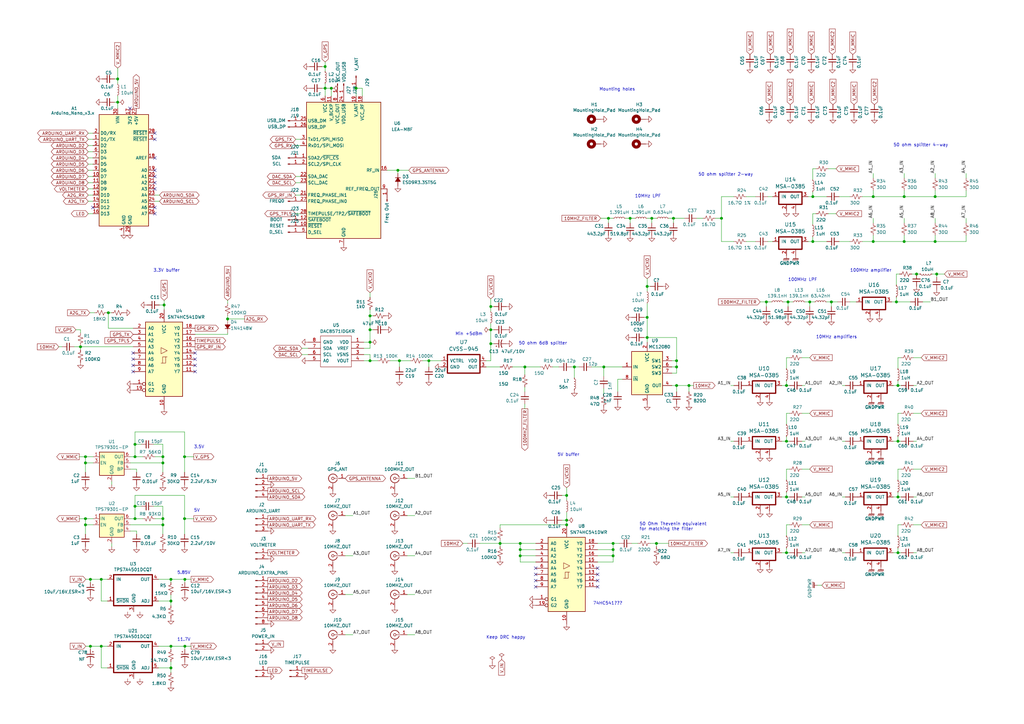
<source format=kicad_sch>
(kicad_sch (version 20210125) (generator eeschema)
  (paper "A3")
  (title_block (title "GPSDO + 10MHz and 100MHz distribution amplifier") (date "2021-01-12") (rev "0.11") (company "Adrian Scripcă, Frédéric Boes"))
  (lib_symbols
    (symbol "74xx:74HCT541" (pin_names (offset 1.016))
      (property "Reference" "U" (at -7.62 16.51 0))
      (property "Value" "74HCT541" (at -7.62 -16.51 0))
      (symbol "74HCT541_1_0"
        (pin input inverted (at -12.7 -10.16 0) (length 5.08) (name "G1") (number "1"))
        (pin power_in line (at 0 -20.32 90) (length 5.08) (name "GND") (number "10"))
        (pin tri_state line (at 12.7 -5.08 180) (length 5.08) (name "Y7") (number "11"))
        (pin tri_state line (at 12.7 -2.54 180) (length 5.08) (name "Y6") (number "12"))
        (pin tri_state line (at 12.7 0 180) (length 5.08) (name "Y5") (number "13"))
        (pin tri_state line (at 12.7 2.54 180) (length 5.08) (name "Y4") (number "14"))
        (pin tri_state line (at 12.7 5.08 180) (length 5.08) (name "Y3") (number "15"))
        (pin tri_state line (at 12.7 7.62 180) (length 5.08) (name "Y2") (number "16"))
        (pin tri_state line (at 12.7 10.16 180) (length 5.08) (name "Y1") (number "17"))
        (pin tri_state line (at 12.7 12.7 180) (length 5.08) (name "Y0") (number "18"))
        (pin input inverted (at -12.7 -12.7 0) (length 5.08) (name "G2") (number "19"))
        (pin input line (at -12.7 12.7 0) (length 5.08) (name "A0") (number "2"))
        (pin power_in line (at 0 20.32 270) (length 5.08) (name "VCC") (number "20"))
        (pin input line (at -12.7 10.16 0) (length 5.08) (name "A1") (number "3"))
        (pin input line (at -12.7 7.62 0) (length 5.08) (name "A2") (number "4"))
        (pin input line (at -12.7 5.08 0) (length 5.08) (name "A3") (number "5"))
        (pin input line (at -12.7 2.54 0) (length 5.08) (name "A4") (number "6"))
        (pin input line (at -12.7 0 0) (length 5.08) (name "A5") (number "7"))
        (pin input line (at -12.7 -2.54 0) (length 5.08) (name "A6") (number "8"))
        (pin input line (at -12.7 -5.08 0) (length 5.08) (name "A7") (number "9"))
      )
    )
    (symbol "Connector:Conn_01x01_Male" (pin_names (offset 1.016) hide)
      (property "Reference" "J" (at 0 2.54 0))
      (property "Value" "Conn_01x01_Male" (at 0 -2.54 0))
      (symbol "Conn_01x01_Male_1_1"
        (pin passive line (at 5.08 0 180) (length 3.81) (name "Pin_1") (number "1"))
      )
    )
    (symbol "Connector:Conn_01x02_Male" (pin_names (offset 1.016) hide)
      (property "Reference" "J" (at 0 2.54 0))
      (property "Value" "Conn_01x02_Male" (at 0 -5.08 0))
      (symbol "Conn_01x02_Male_1_1"
        (pin passive line (at 5.08 0 180) (length 3.81) (name "Pin_1") (number "1"))
        (pin passive line (at 5.08 -2.54 180) (length 3.81) (name "Pin_2") (number "2"))
      )
    )
    (symbol "Connector:Conn_01x03_Male" (pin_names (offset 1.016) hide)
      (property "Reference" "J" (at 0 5.08 0))
      (property "Value" "Conn_01x03_Male" (at 0 -5.08 0))
      (symbol "Conn_01x03_Male_1_1"
        (pin passive line (at 5.08 2.54 180) (length 3.81) (name "Pin_1") (number "1"))
        (pin passive line (at 5.08 0 180) (length 3.81) (name "Pin_2") (number "2"))
        (pin passive line (at 5.08 -2.54 180) (length 3.81) (name "Pin_3") (number "3"))
      )
    )
    (symbol "Connector:Conn_01x04_Male" (pin_names (offset 1.016) hide)
      (property "Reference" "J" (at 0 5.08 0))
      (property "Value" "Conn_01x04_Male" (at 0 -7.62 0))
      (symbol "Conn_01x04_Male_1_1"
        (pin passive line (at 5.08 2.54 180) (length 3.81) (name "Pin_1") (number "1"))
        (pin passive line (at 5.08 0 180) (length 3.81) (name "Pin_2") (number "2"))
        (pin passive line (at 5.08 -2.54 180) (length 3.81) (name "Pin_3") (number "3"))
        (pin passive line (at 5.08 -5.08 180) (length 3.81) (name "Pin_4") (number "4"))
      )
    )
    (symbol "Connector:Conn_01x08_Male" (pin_names (offset 1.016) hide)
      (property "Reference" "J" (at 0 10.16 0))
      (property "Value" "Conn_01x08_Male" (at 0 -12.7 0))
      (symbol "Conn_01x08_Male_1_1"
        (pin passive line (at 5.08 7.62 180) (length 3.81) (name "Pin_1") (number "1"))
        (pin passive line (at 5.08 5.08 180) (length 3.81) (name "Pin_2") (number "2"))
        (pin passive line (at 5.08 2.54 180) (length 3.81) (name "Pin_3") (number "3"))
        (pin passive line (at 5.08 0 180) (length 3.81) (name "Pin_4") (number "4"))
        (pin passive line (at 5.08 -2.54 180) (length 3.81) (name "Pin_5") (number "5"))
        (pin passive line (at 5.08 -5.08 180) (length 3.81) (name "Pin_6") (number "6"))
        (pin passive line (at 5.08 -7.62 180) (length 3.81) (name "Pin_7") (number "7"))
        (pin passive line (at 5.08 -10.16 180) (length 3.81) (name "Pin_8") (number "8"))
      )
    )
    (symbol "Connector:Conn_Coaxial" (pin_names (offset 1.016) hide)
      (property "Reference" "J" (at 0.254 3.048 0))
      (property "Value" "Conn_Coaxial" (at 2.921 0 90))
      (symbol "Conn_Coaxial_1_1"
        (pin passive line (at -5.08 0 0) (length 2.54) (name "In") (number "1"))
        (pin passive line (at 0 -5.08 90) (length 2.54) (name "Ext") (number "2"))
      )
    )
    (symbol "Device:CP1_Small" (pin_numbers hide) (pin_names (offset 0.254) hide)
      (property "Reference" "C" (at 0.254 1.778 0))
      (property "Value" "CP1_Small" (at 0.254 -2.032 0))
      (symbol "CP1_Small_1_1"
        (pin passive line (at 0 2.54 270) (length 2.032) (name "~") (number "1"))
        (pin passive line (at 0 -2.54 90) (length 2.032) (name "~") (number "2"))
      )
    )
    (symbol "Device:C_Small" (pin_numbers hide) (pin_names (offset 0.254) hide)
      (property "Reference" "C" (at 0.254 1.778 0))
      (property "Value" "C_Small" (at 0.254 -2.032 0))
      (symbol "C_Small_1_1"
        (pin passive line (at 0 2.54 270) (length 2.032) (name "~") (number "1"))
        (pin passive line (at 0 -2.54 90) (length 2.032) (name "~") (number "2"))
      )
    )
    (symbol "Device:D_Small_ALT" (pin_numbers hide) (pin_names (offset 0.254) hide)
      (property "Reference" "D" (at -1.27 2.032 0))
      (property "Value" "D_Small_ALT" (at -3.81 -2.032 0))
      (symbol "D_Small_ALT_1_1"
        (pin passive line (at -2.54 0 0) (length 1.778) (name "K") (number "1"))
        (pin passive line (at 2.54 0 180) (length 1.778) (name "A") (number "2"))
      )
    )
    (symbol "Device:L_Small" (pin_numbers hide) (pin_names (offset 0.254) hide)
      (property "Reference" "L" (at 0.762 1.016 0))
      (property "Value" "L_Small" (at 0.762 -1.016 0))
      (symbol "L_Small_1_1"
        (pin passive line (at 0 2.54 270) (length 0.508) (name "~") (number "1"))
        (pin passive line (at 0 -2.54 90) (length 0.508) (name "~") (number "2"))
      )
    )
    (symbol "Device:R_Small_US" (pin_numbers hide) (pin_names (offset 0.254) hide)
      (property "Reference" "R" (at 0.762 0.508 0))
      (property "Value" "R_Small_US" (at 0.762 -1.016 0))
      (symbol "R_Small_US_1_1"
        (pin passive line (at 0 2.54 270) (length 1.016) (name "~") (number "1"))
        (pin passive line (at 0 -2.54 90) (length 1.016) (name "~") (number "2"))
      )
    )
    (symbol "MCU_Module:Arduino_Nano_v3.x"
      (property "Reference" "A" (at -10.16 23.495 0))
      (property "Value" "Arduino_Nano_v3.x" (at 5.08 -24.13 0))
      (symbol "Arduino_Nano_v3.x_1_1"
        (pin bidirectional line (at -12.7 12.7 0) (length 2.54) (name "D1/TX") (number "1"))
        (pin bidirectional line (at -12.7 -2.54 0) (length 2.54) (name "D7") (number "10"))
        (pin bidirectional line (at -12.7 -5.08 0) (length 2.54) (name "D8") (number "11"))
        (pin bidirectional line (at -12.7 -7.62 0) (length 2.54) (name "D9") (number "12"))
        (pin bidirectional line (at -12.7 -10.16 0) (length 2.54) (name "D10") (number "13"))
        (pin bidirectional line (at -12.7 -12.7 0) (length 2.54) (name "D11") (number "14"))
        (pin bidirectional line (at -12.7 -15.24 0) (length 2.54) (name "D12") (number "15"))
        (pin bidirectional line (at -12.7 -17.78 0) (length 2.54) (name "D13") (number "16"))
        (pin power_out line (at 2.54 25.4 270) (length 2.54) (name "3V3") (number "17"))
        (pin input line (at 12.7 5.08 180) (length 2.54) (name "AREF") (number "18"))
        (pin bidirectional line (at 12.7 0 180) (length 2.54) (name "A0") (number "19"))
        (pin bidirectional line (at -12.7 15.24 0) (length 2.54) (name "D0/RX") (number "2"))
        (pin bidirectional line (at 12.7 -2.54 180) (length 2.54) (name "A1") (number "20"))
        (pin bidirectional line (at 12.7 -5.08 180) (length 2.54) (name "A2") (number "21"))
        (pin bidirectional line (at 12.7 -7.62 180) (length 2.54) (name "A3") (number "22"))
        (pin bidirectional line (at 12.7 -10.16 180) (length 2.54) (name "A4") (number "23"))
        (pin bidirectional line (at 12.7 -12.7 180) (length 2.54) (name "A5") (number "24"))
        (pin bidirectional line (at 12.7 -15.24 180) (length 2.54) (name "A6") (number "25"))
        (pin bidirectional line (at 12.7 -17.78 180) (length 2.54) (name "A7") (number "26"))
        (pin power_out line (at 5.08 25.4 270) (length 2.54) (name "+5V") (number "27"))
        (pin input line (at 12.7 15.24 180) (length 2.54) (name "~RESET") (number "28"))
        (pin power_in line (at 2.54 -25.4 90) (length 2.54) (name "GND") (number "29"))
        (pin input line (at 12.7 12.7 180) (length 2.54) (name "~RESET") (number "3"))
        (pin power_in line (at -2.54 25.4 270) (length 2.54) (name "VIN") (number "30"))
        (pin power_in line (at 0 -25.4 90) (length 2.54) (name "GND") (number "4"))
        (pin bidirectional line (at -12.7 10.16 0) (length 2.54) (name "D2") (number "5"))
        (pin bidirectional line (at -12.7 7.62 0) (length 2.54) (name "D3") (number "6"))
        (pin bidirectional line (at -12.7 5.08 0) (length 2.54) (name "D4") (number "7"))
        (pin bidirectional line (at -12.7 2.54 0) (length 2.54) (name "D5") (number "8"))
        (pin bidirectional line (at -12.7 0 0) (length 2.54) (name "D6") (number "9"))
      )
    )
    (symbol "Mechanical:MountingHole_Pad" (pin_numbers hide) (pin_names (offset 1.016) hide)
      (property "Reference" "H" (at 0 6.35 0))
      (property "Value" "MountingHole_Pad" (at 0 4.445 0))
      (symbol "MountingHole_Pad_1_1"
        (pin input line (at 0 -2.54 90) (length 2.54) (name "1") (number "1"))
      )
    )
    (symbol "RF:MC12080"
      (property "Reference" "U" (at -5.08 10.16 0))
      (property "Value" "MC12080" (at 5.08 10.16 0))
      (symbol "MC12080_1_1"
        (pin input line (at -10.16 2.54 0) (length 3.81) (name "IN") (number "1"))
        (pin power_in line (at 0 12.7 270) (length 3.81) (name "VCC") (number "2"))
        (pin input line (at 10.16 5.08 180) (length 3.81) (name "SW1") (number "3"))
        (pin output line (at 10.16 -5.08 180) (length 3.81) (name "OUT") (number "4"))
        (pin power_in line (at 0 -12.7 90) (length 3.81) (name "GND") (number "5"))
        (pin input line (at 10.16 2.54 180) (length 3.81) (name "SW2") (number "6"))
        (pin input line (at 10.16 0 180) (length 3.81) (name "SW3") (number "7"))
        (pin input line (at -10.16 -2.54 0) (length 3.81) (name "~IN") (number "8"))
      )
    )
    (symbol "RF_GPS:LEA-M8F"
      (property "Reference" "U" (at -13.97 29.21 0))
      (property "Value" "LEA-M8F" (at 13.97 29.21 0))
      (symbol "LEA-M8F_1_1"
        (pin bidirectional line (at -17.78 5.08 0) (length 2.54) (name "SDA2/~SPI_CS") (number "1"))
        (pin input line (at -17.78 -22.86 0) (length 2.54) (name "~RESET") (number "10"))
        (pin power_in line (at -5.08 30.48 270) (length 2.54) (name "V_BCKP") (number "11"))
        (pin input line (at -17.78 -20.32 0) (length 2.54) (name "~SAFEBOOT") (number "12"))
        (pin passive line (at 0 -30.48 90) (length 2.54) hide (name "GND") (number "13"))
        (pin passive line (at 0 -30.48 90) (length 2.54) hide (name "GND") (number "14"))
        (pin passive line (at 0 -30.48 90) (length 2.54) hide (name "GND") (number "15"))
        (pin input line (at 17.78 0 180) (length 2.54) (name "RF_IN") (number "16"))
        (pin passive line (at 0 -30.48 90) (length 2.54) hide (name "GND") (number "17"))
        (pin power_out line (at 7.62 30.48 270) (length 2.54) (name "VCC_RF") (number "18"))
        (pin power_in line (at 5.08 30.48 270) (length 2.54) (name "V_ANT") (number "19"))
        (pin input line (at -17.78 2.54 0) (length 2.54) (name "SCL2/SPI_CLK") (number "2"))
        (pin no_connect line (at 15.24 2.54 180) (length 2.54) hide (name "RESERVED") (number "20"))
        (pin input line (at -17.78 -10.16 0) (length 2.54) (name "FREQ_PHASE_IN1") (number "21"))
        (pin bidirectional line (at -17.78 -2.54 0) (length 2.54) (name "SDA_DAC") (number "22"))
        (pin output line (at -17.78 -5.08 0) (length 2.54) (name "SCL_DAC") (number "23"))
        (pin power_in line (at 0 30.48 270) (length 2.54) (name "VDD_USB") (number "24"))
        (pin bidirectional line (at -17.78 20.32 0) (length 2.54) (name "USB_DM") (number "25"))
        (pin bidirectional line (at -17.78 17.78 0) (length 2.54) (name "USB_DP") (number "26"))
        (pin input line (at -17.78 -12.7 0) (length 2.54) (name "FREQ_PHASE_IN0") (number "27"))
        (pin bidirectional line (at -17.78 -17.78 0) (length 2.54) (name "TIMEPULSE/TP2/~SAFEBOOT") (number "28"))
        (pin output line (at -17.78 12.7 0) (length 2.54) (name "TxD1/SPI_MISO") (number "3"))
        (pin input line (at -17.78 10.16 0) (length 2.54) (name "RxD1/SPI_MOSI") (number "4"))
        (pin input line (at -17.78 -25.4 0) (length 2.54) (name "D_SEL") (number "5"))
        (pin power_in line (at -7.62 30.48 270) (length 2.54) (name "VCC") (number "6"))
        (pin power_in line (at 0 -30.48 90) (length 2.54) (name "GND") (number "7"))
        (pin power_out line (at -2.54 30.48 270) (length 2.54) (name "VCC_OUT") (number "8"))
        (pin output line (at 17.78 -7.62 180) (length 2.54) (name "REF_FREQ_OUT") (number "9"))
      )
    )
    (symbol "Regulator_Linear:TPS79301-EP" (pin_names (offset 0.254))
      (property "Reference" "U" (at -3.81 5.715 0))
      (property "Value" "TPS79301-EP" (at 0 5.715 0))
      (symbol "TPS79301-EP_1_1"
        (pin power_in line (at -7.62 2.54 0) (length 2.54) (name "IN") (number "1"))
        (pin power_in line (at 0 -7.62 90) (length 2.54) (name "GND") (number "2"))
        (pin input line (at -7.62 0 0) (length 2.54) (name "EN") (number "3"))
        (pin passive line (at 7.62 -2.54 180) (length 2.54) (name "BP") (number "4"))
        (pin input line (at 7.62 0 180) (length 2.54) (name "FB") (number "5"))
        (pin power_out line (at 7.62 2.54 180) (length 2.54) (name "OUT") (number "6"))
      )
    )
    (symbol "power:GND" (power) (pin_names (offset 0))
      (property "Value" "GND" (at 0 -3.81 0))
      (symbol "GND_1_1"
        (pin power_in line (at 0 0 270) (length 0) hide (name "GND") (number "1"))
      )
    )
    (symbol "power:GNDPWR" (power) (pin_names (offset 0))
      (property "Value" "GNDPWR" (at 0 -3.302 0))
      (symbol "GNDPWR_1_1"
        (pin power_in line (at 0 0 270) (length 0) hide (name "GNDPWR") (number "1"))
      )
    )
    (symbol "power:PWR_FLAG" (power) (pin_numbers hide) (pin_names (offset 0) hide)
      (property "Value" "PWR_FLAG" (at 0 3.81 0))
      (symbol "PWR_FLAG_0_0"
        (pin power_out line (at 0 0 90) (length 0) (name "pwr") (number "1"))
      )
    )
    (symbol "yo6ssw:CVSS-945" (pin_names (offset 1.016))
      (property "Reference" "U" (at 0 5.08 0))
      (property "Value" "CVSS-945" (at 0 7.62 0))
      (symbol "CVSS-945_1_1"
        (pin input line (at -8.89 1.27 0) (length 2.54) (name "VCTRL") (number "1"))
        (pin power_in line (at -8.89 -1.27 0) (length 2.54) (name "GND") (number "2"))
        (pin output line (at 9.525 -1.27 180) (length 2.54) (name "OUT") (number "3"))
        (pin power_in line (at 9.525 1.27 180) (length 2.54) (name "VDD") (number "4"))
      )
    )
    (symbol "yo6ssw:DAC8571IDGKR" (pin_names (offset 1.016))
      (property "Reference" "U" (at 0 8.255 0))
      (property "Value" "DAC8571IDGKR" (at 0 6.35 0))
      (symbol "DAC8571IDGKR_1_1"
        (pin power_in line (at -11.43 2.54 0) (length 5.08) (name "VDD") (number "1"))
        (pin input line (at -11.43 0 0) (length 5.08) (name "VREF") (number "2"))
        (pin input line (at -11.43 -2.54 0) (length 5.08) (name "VSNS") (number "3"))
        (pin power_out line (at -11.43 -5.08 0) (length 5.08) (name "VOUT") (number "4"))
        (pin input line (at 11.43 -5.08 180) (length 5.08) (name "A0") (number "5"))
        (pin input line (at 11.43 -2.54 180) (length 5.08) (name "SCL") (number "6"))
        (pin tri_state line (at 11.43 0 180) (length 5.08) (name "SDA") (number "7"))
        (pin power_in line (at 11.43 2.54 180) (length 5.08) (name "GND") (number "8"))
      )
    )
    (symbol "yo6ssw:MSA-0385" (pin_names (offset 1.016))
      (property "Reference" "U" (at 0.635 6.35 0))
      (property "Value" "MSA-0385" (at 1.27 3.81 0))
      (symbol "MSA-0385_1_1"
        (pin input line (at -6.985 0 0) (length 2.54) (name "IN") (number "1"))
        (pin input line (at -1.27 -5.715 90) (length 2.54) (name "~") (number "2"))
        (pin output line (at 7.62 0 180) (length 2.54) (name "OUT") (number "3"))
        (pin input line (at 2.54 -5.715 90) (length 2.54) (name "~") (number "4"))
      )
    )
    (symbol "yo6ssw:TPS7A4501DCQT" (pin_names (offset 1.016))
      (property "Reference" "U" (at -0.635 9.525 0))
      (property "Value" "TPS7A4501DCQT" (at 0 6.985 0))
      (symbol "TPS7A4501DCQT_1_1"
        (pin input line (at -10.795 -5.715 0) (length 2.54) (name "~SHDN") (number "1"))
        (pin power_in line (at -10.795 3.175 0) (length 2.54) (name "IN") (number "2"))
        (pin power_in line (at 0 -10.16 90) (length 2.54) (name "GND") (number "3"))
        (pin power_out line (at 10.16 3.175 180) (length 2.54) (name "OUT") (number "4"))
        (pin bidirectional line (at 10.16 -5.715 180) (length 2.54) (name "ADJ") (number "5"))
      )
    )
  )
  (junction (at 33.02 142.24) (diameter 1.016))
  (junction (at 35.052 187.325) (diameter 1.016))
  (junction (at 35.052 189.865) (diameter 1.016))
  (junction (at 35.052 212.725) (diameter 1.016))
  (junction (at 35.052 215.265) (diameter 1.016))
  (junction (at 37.084 237.617) (diameter 1.016))
  (junction (at 37.084 265.049) (diameter 1.016))
  (junction (at 41.529 237.617) (diameter 1.016))
  (junction (at 41.529 265.049) (diameter 1.016))
  (junction (at 44.45 128.27) (diameter 1.016))
  (junction (at 48.26 32.385) (diameter 1.016))
  (junction (at 48.26 41.91) (diameter 1.016))
  (junction (at 55.372 182.245) (diameter 1.016))
  (junction (at 55.372 187.325) (diameter 1.016))
  (junction (at 55.372 207.645) (diameter 1.016))
  (junction (at 55.372 212.725) (diameter 1.016))
  (junction (at 66.802 187.325) (diameter 1.016))
  (junction (at 66.802 189.865) (diameter 1.016))
  (junction (at 66.802 212.725) (diameter 1.016))
  (junction (at 66.802 215.265) (diameter 1.016))
  (junction (at 67.31 125.095) (diameter 1.016))
  (junction (at 70.104 237.617) (diameter 1.016))
  (junction (at 70.104 246.507) (diameter 1.016))
  (junction (at 70.104 265.049) (diameter 1.016))
  (junction (at 70.104 273.939) (diameter 1.016))
  (junction (at 75.692 187.325) (diameter 1.016))
  (junction (at 75.692 212.725) (diameter 1.016))
  (junction (at 75.819 237.617) (diameter 1.016))
  (junction (at 75.819 265.049) (diameter 1.016))
  (junction (at 93.345 130.81) (diameter 1.016))
  (junction (at 133.35 27.305) (diameter 1.016))
  (junction (at 133.35 36.195) (diameter 1.016))
  (junction (at 135.89 36.195) (diameter 1.016))
  (junction (at 146.05 36.195) (diameter 1.016))
  (junction (at 151.765 129.54) (diameter 1.016))
  (junction (at 151.765 135.255) (diameter 1.016))
  (junction (at 151.765 140.335) (diameter 1.016))
  (junction (at 151.765 147.955) (diameter 1.016))
  (junction (at 163.195 69.85) (diameter 1.016))
  (junction (at 163.83 147.955) (diameter 1.016))
  (junction (at 175.895 147.955) (diameter 1.016))
  (junction (at 201.295 125.73) (diameter 1.016))
  (junction (at 201.295 135.255) (diameter 1.016))
  (junction (at 201.295 140.97) (diameter 1.016))
  (junction (at 205.105 222.885) (diameter 1.016))
  (junction (at 213.36 222.885) (diameter 1.016))
  (junction (at 213.36 225.425) (diameter 1.016))
  (junction (at 213.36 227.965) (diameter 1.016))
  (junction (at 215.265 150.495) (diameter 1.016))
  (junction (at 232.41 203.2) (diameter 1.016))
  (junction (at 232.41 213.36) (diameter 1.016))
  (junction (at 232.41 215.265) (diameter 1.016))
  (junction (at 235.585 150.495) (diameter 1.016))
  (junction (at 247.65 150.495) (diameter 1.016))
  (junction (at 249.555 89.535) (diameter 1.016))
  (junction (at 251.46 222.885) (diameter 1.016))
  (junction (at 251.46 225.425) (diameter 1.016))
  (junction (at 251.46 227.965) (diameter 1.016))
  (junction (at 258.445 89.535) (diameter 1.016))
  (junction (at 265.43 117.475) (diameter 1.016))
  (junction (at 265.43 130.175) (diameter 1.016))
  (junction (at 265.43 138.43) (diameter 1.016))
  (junction (at 267.335 89.535) (diameter 1.016))
  (junction (at 269.24 222.885) (diameter 1.016))
  (junction (at 276.225 89.535) (diameter 1.016))
  (junction (at 277.495 147.955) (diameter 1.016))
  (junction (at 277.495 150.495) (diameter 1.016))
  (junction (at 277.495 158.115) (diameter 1.016))
  (junction (at 282.575 158.115) (diameter 1.016))
  (junction (at 295.91 89.535) (diameter 1.016))
  (junction (at 314.325 123.825) (diameter 1.016))
  (junction (at 322.58 158.115) (diameter 1.016))
  (junction (at 322.58 180.975) (diameter 1.016))
  (junction (at 322.58 203.835) (diameter 1.016))
  (junction (at 322.58 226.695) (diameter 1.016))
  (junction (at 323.215 123.825) (diameter 1.016))
  (junction (at 332.105 123.825) (diameter 1.016))
  (junction (at 333.375 80.645) (diameter 1.016))
  (junction (at 333.375 99.06) (diameter 1.016))
  (junction (at 340.995 123.825) (diameter 1.016))
  (junction (at 358.14 80.645) (diameter 1.016))
  (junction (at 358.14 99.06) (diameter 1.016))
  (junction (at 367.665 123.825) (diameter 1.016))
  (junction (at 368.3 158.115) (diameter 1.016))
  (junction (at 368.3 180.975) (diameter 1.016))
  (junction (at 368.3 203.835) (diameter 1.016))
  (junction (at 368.3 226.695) (diameter 1.016))
  (junction (at 370.84 80.645) (diameter 1.016))
  (junction (at 370.84 99.06) (diameter 1.016))
  (junction (at 375.92 112.395) (diameter 1.016))
  (junction (at 383.54 80.645) (diameter 1.016))
  (junction (at 383.54 99.06) (diameter 1.016))
  (junction (at 384.175 112.395) (diameter 1.016))
  (no_connect (at 38.1 85.09))
  (no_connect (at 53.34 44.45))
  (no_connect (at 54.61 144.78))
  (no_connect (at 54.61 147.32))
  (no_connect (at 54.61 149.86))
  (no_connect (at 54.61 152.4))
  (no_connect (at 63.5 54.61))
  (no_connect (at 63.5 57.15))
  (no_connect (at 63.5 64.77))
  (no_connect (at 63.5 69.85))
  (no_connect (at 63.5 72.39))
  (no_connect (at 63.5 74.93))
  (no_connect (at 63.5 77.47))
  (no_connect (at 63.5 85.09))
  (no_connect (at 63.5 87.63))
  (no_connect (at 80.01 144.78))
  (no_connect (at 80.01 147.32))
  (no_connect (at 80.01 149.86))
  (no_connect (at 80.01 152.4))
  (no_connect (at 219.71 233.045))
  (no_connect (at 219.71 235.585))
  (no_connect (at 219.71 238.125))
  (no_connect (at 219.71 240.665))
  (no_connect (at 245.11 233.045))
  (no_connect (at 245.11 235.585))
  (no_connect (at 245.11 238.125))
  (no_connect (at 245.11 240.665))
  (wire (pts (xy 24.13 142.24) (xy 25.4 142.24)))
  (wire (pts (xy 30.48 142.24) (xy 33.02 142.24)))
  (wire (pts (xy 31.115 135.255) (xy 33.02 135.255)))
  (wire (pts (xy 32.512 187.325) (xy 35.052 187.325)))
  (wire (pts (xy 32.512 212.725) (xy 35.052 212.725)))
  (wire (pts (xy 33.02 135.255) (xy 33.02 136.525)))
  (wire (pts (xy 33.02 141.605) (xy 33.02 142.24)))
  (wire (pts (xy 33.02 142.24) (xy 33.02 143.51)))
  (wire (pts (xy 33.02 142.24) (xy 54.61 142.24)))
  (wire (pts (xy 35.052 187.325) (xy 35.052 189.865)))
  (wire (pts (xy 35.052 189.865) (xy 38.227 189.865)))
  (wire (pts (xy 35.052 193.675) (xy 35.052 189.865)))
  (wire (pts (xy 35.052 212.725) (xy 35.052 215.265)))
  (wire (pts (xy 35.052 215.265) (xy 38.227 215.265)))
  (wire (pts (xy 35.052 219.075) (xy 35.052 215.265)))
  (wire (pts (xy 35.179 237.617) (xy 37.084 237.617)))
  (wire (pts (xy 35.179 265.049) (xy 37.084 265.049)))
  (wire (pts (xy 36.195 54.61) (xy 38.1 54.61)))
  (wire (pts (xy 36.195 57.15) (xy 38.1 57.15)))
  (wire (pts (xy 36.195 59.69) (xy 38.1 59.69)))
  (wire (pts (xy 36.195 62.23) (xy 38.1 62.23)))
  (wire (pts (xy 36.195 64.77) (xy 38.1 64.77)))
  (wire (pts (xy 36.195 67.31) (xy 38.1 67.31)))
  (wire (pts (xy 36.195 69.85) (xy 38.1 69.85)))
  (wire (pts (xy 36.195 72.39) (xy 38.1 72.39)))
  (wire (pts (xy 36.195 74.93) (xy 38.1 74.93)))
  (wire (pts (xy 36.195 77.47) (xy 38.1 77.47)))
  (wire (pts (xy 36.195 80.01) (xy 38.1 80.01)))
  (wire (pts (xy 36.195 82.55) (xy 38.1 82.55)))
  (wire (pts (xy 36.83 128.27) (xy 38.735 128.27)))
  (wire (pts (xy 37.084 237.617) (xy 41.529 237.617)))
  (wire (pts (xy 37.084 238.887) (xy 37.084 237.617)))
  (wire (pts (xy 37.084 265.049) (xy 41.529 265.049)))
  (wire (pts (xy 37.084 266.319) (xy 37.084 265.049)))
  (wire (pts (xy 38.1 87.63) (xy 36.195 87.63)))
  (wire (pts (xy 38.227 187.325) (xy 35.052 187.325)))
  (wire (pts (xy 38.227 212.725) (xy 35.052 212.725)))
  (wire (pts (xy 41.529 237.617) (xy 41.529 246.507)))
  (wire (pts (xy 41.529 246.507) (xy 44.069 246.507)))
  (wire (pts (xy 41.529 265.049) (xy 41.529 273.939)))
  (wire (pts (xy 41.529 273.939) (xy 44.069 273.939)))
  (wire (pts (xy 43.815 128.27) (xy 44.45 128.27)))
  (wire (pts (xy 44.069 237.617) (xy 41.529 237.617)))
  (wire (pts (xy 44.069 265.049) (xy 41.529 265.049)))
  (wire (pts (xy 44.45 128.27) (xy 44.45 134.62)))
  (wire (pts (xy 44.45 128.27) (xy 45.72 128.27)))
  (wire (pts (xy 44.45 134.62) (xy 54.61 134.62)))
  (wire (pts (xy 45.847 197.485) (xy 45.847 198.755)))
  (wire (pts (xy 45.847 222.885) (xy 45.847 224.155)))
  (wire (pts (xy 46.99 32.385) (xy 48.26 32.385)))
  (wire (pts (xy 48.26 27.94) (xy 48.26 32.385)))
  (wire (pts (xy 48.26 32.385) (xy 48.26 34.29)))
  (wire (pts (xy 48.26 39.37) (xy 48.26 41.91)))
  (wire (pts (xy 48.26 41.91) (xy 46.99 41.91)))
  (wire (pts (xy 48.26 41.91) (xy 48.26 44.45)))
  (wire (pts (xy 53.467 189.865) (xy 66.802 189.865)))
  (wire (pts (xy 53.467 192.405) (xy 56.007 192.405)))
  (wire (pts (xy 53.467 215.265) (xy 66.802 215.265)))
  (wire (pts (xy 53.467 217.805) (xy 56.007 217.805)))
  (wire (pts (xy 55.372 177.165) (xy 75.692 177.165)))
  (wire (pts (xy 55.372 182.245) (xy 55.372 177.165)))
  (wire (pts (xy 55.372 182.245) (xy 55.372 187.325)))
  (wire (pts (xy 55.372 187.325) (xy 53.467 187.325)))
  (wire (pts (xy 55.372 203.2) (xy 75.692 203.2)))
  (wire (pts (xy 55.372 207.645) (xy 55.372 203.2)))
  (wire (pts (xy 55.372 207.645) (xy 55.372 212.725)))
  (wire (pts (xy 55.372 212.725) (xy 53.467 212.725)))
  (wire (pts (xy 56.007 192.405) (xy 56.007 193.675)))
  (wire (pts (xy 56.007 217.805) (xy 56.007 219.075)))
  (wire (pts (xy 57.912 182.245) (xy 55.372 182.245)))
  (wire (pts (xy 57.912 207.645) (xy 55.372 207.645)))
  (wire (pts (xy 58.547 187.325) (xy 55.372 187.325)))
  (wire (pts (xy 58.547 212.725) (xy 55.372 212.725)))
  (wire (pts (xy 62.992 182.245) (xy 66.802 182.245)))
  (wire (pts (xy 62.992 207.645) (xy 66.802 207.645)))
  (wire (pts (xy 63.5 80.01) (xy 65.405 80.01)))
  (wire (pts (xy 63.5 82.55) (xy 65.405 82.55)))
  (wire (pts (xy 65.024 237.617) (xy 70.104 237.617)))
  (wire (pts (xy 65.024 246.507) (xy 70.104 246.507)))
  (wire (pts (xy 65.024 265.049) (xy 70.104 265.049)))
  (wire (pts (xy 65.024 273.939) (xy 70.104 273.939)))
  (wire (pts (xy 65.405 125.095) (xy 67.31 125.095)))
  (wire (pts (xy 66.802 182.245) (xy 66.802 187.325)))
  (wire (pts (xy 66.802 187.325) (xy 63.627 187.325)))
  (wire (pts (xy 66.802 189.865) (xy 66.802 187.325)))
  (wire (pts (xy 66.802 193.675) (xy 66.802 189.865)))
  (wire (pts (xy 66.802 207.645) (xy 66.802 212.725)))
  (wire (pts (xy 66.802 212.725) (xy 63.627 212.725)))
  (wire (pts (xy 66.802 215.265) (xy 66.802 212.725)))
  (wire (pts (xy 66.802 219.075) (xy 66.802 215.265)))
  (wire (pts (xy 67.31 123.19) (xy 67.31 125.095)))
  (wire (pts (xy 67.31 125.095) (xy 67.31 127)))
  (wire (pts (xy 70.104 237.617) (xy 70.104 238.887)))
  (wire (pts (xy 70.104 243.967) (xy 70.104 246.507)))
  (wire (pts (xy 70.104 246.507) (xy 70.104 248.412)))
  (wire (pts (xy 70.104 265.049) (xy 70.104 266.319)))
  (wire (pts (xy 70.104 271.399) (xy 70.104 273.939)))
  (wire (pts (xy 70.104 273.939) (xy 70.104 275.844)))
  (wire (pts (xy 75.692 177.165) (xy 75.692 187.325)))
  (wire (pts (xy 75.692 187.325) (xy 75.692 193.675)))
  (wire (pts (xy 75.692 203.2) (xy 75.692 212.725)))
  (wire (pts (xy 75.692 212.725) (xy 75.692 219.075)))
  (wire (pts (xy 75.819 237.617) (xy 70.104 237.617)))
  (wire (pts (xy 75.819 238.887) (xy 75.819 237.617)))
  (wire (pts (xy 75.819 265.049) (xy 70.104 265.049)))
  (wire (pts (xy 75.819 266.319) (xy 75.819 265.049)))
  (wire (pts (xy 78.359 237.617) (xy 75.819 237.617)))
  (wire (pts (xy 78.359 265.049) (xy 75.819 265.049)))
  (wire (pts (xy 79.502 187.325) (xy 75.692 187.325)))
  (wire (pts (xy 79.502 212.725) (xy 75.692 212.725)))
  (wire (pts (xy 80.01 137.16) (xy 93.345 137.16)))
  (wire (pts (xy 93.345 123.19) (xy 93.345 124.46)))
  (wire (pts (xy 93.345 130.81) (xy 93.345 129.54)))
  (wire (pts (xy 93.345 131.445) (xy 93.345 130.81)))
  (wire (pts (xy 93.345 136.525) (xy 93.345 137.16)))
  (wire (pts (xy 100.33 130.81) (xy 93.345 130.81)))
  (wire (pts (xy 121.285 74.93) (xy 123.19 74.93)))
  (wire (pts (xy 121.285 80.01) (xy 123.19 80.01)))
  (wire (pts (xy 121.285 87.63) (xy 123.19 87.63)))
  (wire (pts (xy 123.19 57.15) (xy 121.285 57.15)))
  (wire (pts (xy 123.19 59.69) (xy 121.285 59.69)))
  (wire (pts (xy 123.19 72.39) (xy 121.285 72.39)))
  (wire (pts (xy 123.825 142.875) (xy 126.365 142.875)))
  (wire (pts (xy 123.825 145.415) (xy 126.365 145.415)))
  (wire (pts (xy 132.08 27.305) (xy 133.35 27.305)))
  (wire (pts (xy 133.35 25.4) (xy 133.35 27.305)))
  (wire (pts (xy 133.35 27.305) (xy 133.35 29.21)))
  (wire (pts (xy 133.35 34.29) (xy 133.35 36.195)))
  (wire (pts (xy 133.35 36.195) (xy 132.08 36.195)))
  (wire (pts (xy 133.35 36.195) (xy 133.35 39.37)))
  (wire (pts (xy 135.89 36.195) (xy 133.35 36.195)))
  (wire (pts (xy 135.89 39.37) (xy 135.89 36.195)))
  (wire (pts (xy 141.605 211.455) (xy 144.78 211.455)))
  (wire (pts (xy 141.605 227.965) (xy 144.78 227.965)))
  (wire (pts (xy 141.605 243.84) (xy 144.78 243.84)))
  (wire (pts (xy 141.605 260.35) (xy 144.78 260.35)))
  (wire (pts (xy 146.05 34.925) (xy 146.05 36.195)))
  (wire (pts (xy 146.05 36.195) (xy 148.59 36.195)))
  (wire (pts (xy 146.05 39.37) (xy 146.05 36.195)))
  (wire (pts (xy 148.59 36.195) (xy 148.59 39.37)))
  (wire (pts (xy 149.225 140.335) (xy 151.765 140.335)))
  (wire (pts (xy 149.225 142.875) (xy 151.765 142.875)))
  (wire (pts (xy 149.225 145.415) (xy 151.765 145.415)))
  (wire (pts (xy 149.225 147.955) (xy 151.765 147.955)))
  (wire (pts (xy 151.765 120.015) (xy 151.765 121.92)))
  (wire (pts (xy 151.765 127) (xy 151.765 129.54)))
  (wire (pts (xy 151.765 129.54) (xy 151.765 135.255)))
  (wire (pts (xy 151.765 135.255) (xy 153.035 135.255)))
  (wire (pts (xy 151.765 140.335) (xy 151.765 135.255)))
  (wire (pts (xy 151.765 142.875) (xy 151.765 140.335)))
  (wire (pts (xy 151.765 145.415) (xy 151.765 147.955)))
  (wire (pts (xy 151.765 147.955) (xy 154.94 147.955)))
  (wire (pts (xy 153.035 129.54) (xy 151.765 129.54)))
  (wire (pts (xy 158.75 69.85) (xy 163.195 69.85)))
  (wire (pts (xy 160.02 147.955) (xy 163.83 147.955)))
  (wire (pts (xy 163.195 69.85) (xy 163.195 71.12)))
  (wire (pts (xy 163.83 147.955) (xy 163.83 150.495)))
  (wire (pts (xy 167.005 196.215) (xy 170.18 196.215)))
  (wire (pts (xy 167.005 211.455) (xy 170.18 211.455)))
  (wire (pts (xy 167.005 227.965) (xy 170.18 227.965)))
  (wire (pts (xy 167.005 243.84) (xy 170.18 243.84)))
  (wire (pts (xy 167.005 260.35) (xy 170.18 260.35)))
  (wire (pts (xy 167.64 69.85) (xy 163.195 69.85)))
  (wire (pts (xy 168.275 147.955) (xy 163.83 147.955)))
  (wire (pts (xy 173.355 147.955) (xy 175.895 147.955)))
  (wire (pts (xy 175.895 147.955) (xy 175.895 150.495)))
  (wire (pts (xy 180.975 147.955) (xy 175.895 147.955)))
  (wire (pts (xy 189.865 222.885) (xy 191.77 222.885)))
  (wire (pts (xy 196.85 222.885) (xy 205.105 222.885)))
  (wire (pts (xy 199.39 147.955) (xy 201.295 147.955)))
  (wire (pts (xy 199.39 150.495) (xy 205.105 150.495)))
  (wire (pts (xy 201.295 125.73) (xy 201.295 122.555)))
  (wire (pts (xy 201.295 125.73) (xy 201.295 127.635)))
  (wire (pts (xy 201.295 132.715) (xy 201.295 135.255)))
  (wire (pts (xy 201.295 135.255) (xy 202.565 135.255)))
  (wire (pts (xy 201.295 140.97) (xy 201.295 135.255)))
  (wire (pts (xy 201.295 147.955) (xy 201.295 140.97)))
  (wire (pts (xy 202.565 125.73) (xy 201.295 125.73)))
  (wire (pts (xy 202.565 140.97) (xy 201.295 140.97)))
  (wire (pts (xy 205.105 216.535) (xy 205.105 215.265)))
  (wire (pts (xy 205.105 221.615) (xy 205.105 222.885)))
  (wire (pts (xy 205.105 222.885) (xy 213.36 222.885)))
  (wire (pts (xy 205.105 224.155) (xy 205.105 222.885)))
  (wire (pts (xy 210.185 150.495) (xy 215.265 150.495)))
  (wire (pts (xy 213.36 222.885) (xy 213.36 225.425)))
  (wire (pts (xy 213.36 222.885) (xy 219.71 222.885)))
  (wire (pts (xy 213.36 225.425) (xy 213.36 227.965)))
  (wire (pts (xy 213.36 227.965) (xy 213.36 230.505)))
  (wire (pts (xy 215.265 150.495) (xy 221.615 150.495)))
  (wire (pts (xy 215.265 153.67) (xy 215.265 150.495)))
  (wire (pts (xy 215.265 158.75) (xy 215.265 160.655)))
  (wire (pts (xy 215.265 167.64) (xy 215.265 165.735)))
  (wire (pts (xy 219.71 225.425) (xy 213.36 225.425)))
  (wire (pts (xy 219.71 227.965) (xy 213.36 227.965)))
  (wire (pts (xy 219.71 230.505) (xy 213.36 230.505)))
  (wire (pts (xy 229.235 150.495) (xy 226.695 150.495)))
  (wire (pts (xy 230.505 203.2) (xy 232.41 203.2)))
  (wire (pts (xy 230.505 213.36) (xy 232.41 213.36)))
  (wire (pts (xy 232.41 203.2) (xy 232.41 200.025)))
  (wire (pts (xy 232.41 203.2) (xy 232.41 205.105)))
  (wire (pts (xy 232.41 210.185) (xy 232.41 213.36)))
  (wire (pts (xy 232.41 213.36) (xy 232.41 215.265)))
  (wire (pts (xy 232.41 215.265) (xy 205.105 215.265)))
  (wire (pts (xy 234.315 150.495) (xy 235.585 150.495)))
  (wire (pts (xy 235.585 150.495) (xy 235.585 154.94)))
  (wire (pts (xy 235.585 150.495) (xy 237.49 150.495)))
  (wire (pts (xy 242.57 150.495) (xy 247.65 150.495)))
  (wire (pts (xy 245.11 222.885) (xy 251.46 222.885)))
  (wire (pts (xy 245.11 225.425) (xy 251.46 225.425)))
  (wire (pts (xy 245.11 227.965) (xy 251.46 227.965)))
  (wire (pts (xy 245.11 230.505) (xy 251.46 230.505)))
  (wire (pts (xy 246.38 89.535) (xy 249.555 89.535)))
  (wire (pts (xy 247.65 150.495) (xy 247.65 154.305)))
  (wire (pts (xy 247.65 150.495) (xy 255.27 150.495)))
  (wire (pts (xy 247.65 161.925) (xy 247.65 159.385)))
  (wire (pts (xy 249.555 89.535) (xy 251.46 89.535)))
  (wire (pts (xy 249.555 91.44) (xy 249.555 89.535)))
  (wire (pts (xy 251.46 222.885) (xy 251.46 225.425)))
  (wire (pts (xy 251.46 222.885) (xy 254 222.885)))
  (wire (pts (xy 251.46 225.425) (xy 251.46 227.965)))
  (wire (pts (xy 251.46 227.965) (xy 251.46 230.505)))
  (wire (pts (xy 253.365 155.575) (xy 253.365 160.655)))
  (wire (pts (xy 255.27 155.575) (xy 253.365 155.575)))
  (wire (pts (xy 256.54 89.535) (xy 258.445 89.535)))
  (wire (pts (xy 258.445 89.535) (xy 260.35 89.535)))
  (wire (pts (xy 258.445 91.44) (xy 258.445 89.535)))
  (wire (pts (xy 259.08 222.885) (xy 261.62 222.885)))
  (wire (pts (xy 264.16 130.175) (xy 265.43 130.175)))
  (wire (pts (xy 264.16 138.43) (xy 265.43 138.43)))
  (wire (pts (xy 265.43 89.535) (xy 267.335 89.535)))
  (wire (pts (xy 265.43 117.475) (xy 265.43 114.3)))
  (wire (pts (xy 265.43 117.475) (xy 265.43 119.38)))
  (wire (pts (xy 265.43 124.46) (xy 265.43 130.175)))
  (wire (pts (xy 265.43 130.175) (xy 265.43 138.43)))
  (wire (pts (xy 265.43 138.43) (xy 265.43 140.335)))
  (wire (pts (xy 265.43 138.43) (xy 277.495 138.43)))
  (wire (pts (xy 266.7 117.475) (xy 265.43 117.475)))
  (wire (pts (xy 266.7 222.885) (xy 269.24 222.885)))
  (wire (pts (xy 267.335 89.535) (xy 267.335 91.44)))
  (wire (pts (xy 267.335 89.535) (xy 269.24 89.535)))
  (wire (pts (xy 269.24 222.885) (xy 269.24 224.155)))
  (wire (pts (xy 269.24 222.885) (xy 274.32 222.885)))
  (wire (pts (xy 274.32 89.535) (xy 276.225 89.535)))
  (wire (pts (xy 275.59 150.495) (xy 277.495 150.495)))
  (wire (pts (xy 275.59 153.035) (xy 277.495 153.035)))
  (wire (pts (xy 275.59 158.115) (xy 277.495 158.115)))
  (wire (pts (xy 276.225 89.535) (xy 280.67 89.535)))
  (wire (pts (xy 276.225 91.44) (xy 276.225 89.535)))
  (wire (pts (xy 277.495 138.43) (xy 277.495 147.955)))
  (wire (pts (xy 277.495 147.955) (xy 275.59 147.955)))
  (wire (pts (xy 277.495 150.495) (xy 277.495 147.955)))
  (wire (pts (xy 277.495 153.035) (xy 277.495 150.495)))
  (wire (pts (xy 277.495 158.115) (xy 277.495 160.655)))
  (wire (pts (xy 277.495 158.115) (xy 282.575 158.115)))
  (wire (pts (xy 282.575 158.115) (xy 282.575 160.655)))
  (wire (pts (xy 284.48 158.115) (xy 282.575 158.115)))
  (wire (pts (xy 285.75 89.535) (xy 288.29 89.535)))
  (wire (pts (xy 293.37 89.535) (xy 295.91 89.535)))
  (wire (pts (xy 295.91 80.645) (xy 295.91 89.535)))
  (wire (pts (xy 295.91 80.645) (xy 300.99 80.645)))
  (wire (pts (xy 295.91 89.535) (xy 295.91 99.06)))
  (wire (pts (xy 295.91 99.06) (xy 300.99 99.06)))
  (wire (pts (xy 300.99 158.115) (xy 299.72 158.115)))
  (wire (pts (xy 300.99 180.975) (xy 299.72 180.975)))
  (wire (pts (xy 300.99 203.835) (xy 299.72 203.835)))
  (wire (pts (xy 300.99 226.695) (xy 299.72 226.695)))
  (wire (pts (xy 306.07 80.645) (xy 309.88 80.645)))
  (wire (pts (xy 306.07 99.06) (xy 309.88 99.06)))
  (wire (pts (xy 311.785 123.825) (xy 314.325 123.825)))
  (wire (pts (xy 314.325 123.825) (xy 316.23 123.825)))
  (wire (pts (xy 314.325 125.73) (xy 314.325 123.825)))
  (wire (pts (xy 314.96 80.645) (xy 316.865 80.645)))
  (wire (pts (xy 314.96 99.06) (xy 316.865 99.06)))
  (wire (pts (xy 320.675 158.115) (xy 322.58 158.115)))
  (wire (pts (xy 320.675 180.975) (xy 322.58 180.975)))
  (wire (pts (xy 320.675 203.835) (xy 322.58 203.835)))
  (wire (pts (xy 320.675 226.695) (xy 322.58 226.695)))
  (wire (pts (xy 321.31 123.825) (xy 323.215 123.825)))
  (wire (pts (xy 322.58 146.685) (xy 323.85 146.685)))
  (wire (pts (xy 322.58 151.13) (xy 322.58 146.685)))
  (wire (pts (xy 322.58 158.115) (xy 322.58 156.21)))
  (wire (pts (xy 322.58 169.545) (xy 323.85 169.545)))
  (wire (pts (xy 322.58 173.99) (xy 322.58 169.545)))
  (wire (pts (xy 322.58 180.975) (xy 322.58 179.07)))
  (wire (pts (xy 322.58 192.405) (xy 323.85 192.405)))
  (wire (pts (xy 322.58 196.85) (xy 322.58 192.405)))
  (wire (pts (xy 322.58 203.835) (xy 322.58 201.93)))
  (wire (pts (xy 322.58 215.265) (xy 323.85 215.265)))
  (wire (pts (xy 322.58 219.71) (xy 322.58 215.265)))
  (wire (pts (xy 322.58 226.695) (xy 322.58 224.79)))
  (wire (pts (xy 323.215 123.825) (xy 325.12 123.825)))
  (wire (pts (xy 323.215 125.73) (xy 323.215 123.825)))
  (wire (pts (xy 323.85 158.115) (xy 322.58 158.115)))
  (wire (pts (xy 323.85 180.975) (xy 322.58 180.975)))
  (wire (pts (xy 323.85 203.835) (xy 322.58 203.835)))
  (wire (pts (xy 323.85 226.695) (xy 322.58 226.695)))
  (wire (pts (xy 330.2 123.825) (xy 332.105 123.825)))
  (wire (pts (xy 330.2 158.115) (xy 328.93 158.115)))
  (wire (pts (xy 330.2 180.975) (xy 328.93 180.975)))
  (wire (pts (xy 330.2 203.835) (xy 328.93 203.835)))
  (wire (pts (xy 330.2 226.695) (xy 328.93 226.695)))
  (wire (pts (xy 331.47 80.645) (xy 333.375 80.645)))
  (wire (pts (xy 331.47 99.06) (xy 333.375 99.06)))
  (wire (pts (xy 332.105 123.825) (xy 332.105 125.73)))
  (wire (pts (xy 332.105 123.825) (xy 334.01 123.825)))
  (wire (pts (xy 332.105 146.685) (xy 328.93 146.685)))
  (wire (pts (xy 332.105 169.545) (xy 328.93 169.545)))
  (wire (pts (xy 332.105 192.405) (xy 328.93 192.405)))
  (wire (pts (xy 332.105 215.265) (xy 328.93 215.265)))
  (wire (pts (xy 333.375 69.215) (xy 334.645 69.215)))
  (wire (pts (xy 333.375 73.66) (xy 333.375 69.215)))
  (wire (pts (xy 333.375 80.645) (xy 333.375 78.74)))
  (wire (pts (xy 333.375 87.63) (xy 334.645 87.63)))
  (wire (pts (xy 333.375 92.075) (xy 333.375 87.63)))
  (wire (pts (xy 333.375 99.06) (xy 333.375 97.155)))
  (wire (pts (xy 335.28 240.03) (xy 337.058 240.03)))
  (wire (pts (xy 339.09 80.645) (xy 333.375 80.645)))
  (wire (pts (xy 339.09 99.06) (xy 333.375 99.06)))
  (wire (pts (xy 339.09 123.825) (xy 340.995 123.825)))
  (wire (pts (xy 340.995 123.825) (xy 343.535 123.825)))
  (wire (pts (xy 340.995 125.73) (xy 340.995 123.825)))
  (wire (pts (xy 342.9 69.215) (xy 339.725 69.215)))
  (wire (pts (xy 342.9 87.63) (xy 339.725 87.63)))
  (wire (pts (xy 344.17 80.645) (xy 348.615 80.645)))
  (wire (pts (xy 344.17 99.06) (xy 348.615 99.06)))
  (wire (pts (xy 346.71 158.115) (xy 345.44 158.115)))
  (wire (pts (xy 346.71 180.975) (xy 345.44 180.975)))
  (wire (pts (xy 346.71 203.835) (xy 345.44 203.835)))
  (wire (pts (xy 346.71 226.695) (xy 345.44 226.695)))
  (wire (pts (xy 348.615 123.825) (xy 351.155 123.825)))
  (wire (pts (xy 353.695 80.645) (xy 358.14 80.645)))
  (wire (pts (xy 353.695 99.06) (xy 358.14 99.06)))
  (wire (pts (xy 358.14 71.12) (xy 358.14 73.025)))
  (wire (pts (xy 358.14 80.645) (xy 358.14 78.105)))
  (wire (pts (xy 358.14 89.535) (xy 358.14 91.44)))
  (wire (pts (xy 358.14 99.06) (xy 358.14 96.52)))
  (wire (pts (xy 365.76 123.825) (xy 367.665 123.825)))
  (wire (pts (xy 366.395 158.115) (xy 368.3 158.115)))
  (wire (pts (xy 366.395 180.975) (xy 368.3 180.975)))
  (wire (pts (xy 366.395 203.835) (xy 368.3 203.835)))
  (wire (pts (xy 366.395 226.695) (xy 368.3 226.695)))
  (wire (pts (xy 367.665 112.395) (xy 368.935 112.395)))
  (wire (pts (xy 367.665 116.84) (xy 367.665 112.395)))
  (wire (pts (xy 367.665 123.825) (xy 367.665 121.92)))
  (wire (pts (xy 367.665 123.825) (xy 373.38 123.825)))
  (wire (pts (xy 368.3 146.685) (xy 369.57 146.685)))
  (wire (pts (xy 368.3 151.13) (xy 368.3 146.685)))
  (wire (pts (xy 368.3 158.115) (xy 368.3 156.21)))
  (wire (pts (xy 368.3 169.545) (xy 369.57 169.545)))
  (wire (pts (xy 368.3 173.99) (xy 368.3 169.545)))
  (wire (pts (xy 368.3 180.975) (xy 368.3 179.07)))
  (wire (pts (xy 368.3 192.405) (xy 369.57 192.405)))
  (wire (pts (xy 368.3 196.85) (xy 368.3 192.405)))
  (wire (pts (xy 368.3 203.835) (xy 368.3 201.93)))
  (wire (pts (xy 368.3 215.265) (xy 369.57 215.265)))
  (wire (pts (xy 368.3 219.71) (xy 368.3 215.265)))
  (wire (pts (xy 368.3 226.695) (xy 368.3 224.79)))
  (wire (pts (xy 369.57 158.115) (xy 368.3 158.115)))
  (wire (pts (xy 369.57 180.975) (xy 368.3 180.975)))
  (wire (pts (xy 369.57 203.835) (xy 368.3 203.835)))
  (wire (pts (xy 369.57 226.695) (xy 368.3 226.695)))
  (wire (pts (xy 370.84 71.12) (xy 370.84 73.025)))
  (wire (pts (xy 370.84 80.645) (xy 358.14 80.645)))
  (wire (pts (xy 370.84 80.645) (xy 370.84 78.105)))
  (wire (pts (xy 370.84 80.645) (xy 383.54 80.645)))
  (wire (pts (xy 370.84 89.535) (xy 370.84 91.44)))
  (wire (pts (xy 370.84 99.06) (xy 358.14 99.06)))
  (wire (pts (xy 370.84 99.06) (xy 370.84 96.52)))
  (wire (pts (xy 370.84 99.06) (xy 383.54 99.06)))
  (wire (pts (xy 375.92 112.395) (xy 374.015 112.395)))
  (wire (pts (xy 375.92 158.115) (xy 374.65 158.115)))
  (wire (pts (xy 375.92 180.975) (xy 374.65 180.975)))
  (wire (pts (xy 375.92 203.835) (xy 374.65 203.835)))
  (wire (pts (xy 375.92 226.695) (xy 374.65 226.695)))
  (wire (pts (xy 377.19 112.395) (xy 375.92 112.395)))
  (wire (pts (xy 377.825 146.685) (xy 374.65 146.685)))
  (wire (pts (xy 377.825 169.545) (xy 374.65 169.545)))
  (wire (pts (xy 377.825 192.405) (xy 374.65 192.405)))
  (wire (pts (xy 377.825 215.265) (xy 374.65 215.265)))
  (wire (pts (xy 378.46 123.825) (xy 381.635 123.825)))
  (wire (pts (xy 383.54 71.12) (xy 383.54 73.025)))
  (wire (pts (xy 383.54 78.105) (xy 383.54 80.645)))
  (wire (pts (xy 383.54 80.645) (xy 396.24 80.645)))
  (wire (pts (xy 383.54 89.535) (xy 383.54 91.44)))
  (wire (pts (xy 383.54 96.52) (xy 383.54 99.06)))
  (wire (pts (xy 383.54 99.06) (xy 396.24 99.06)))
  (wire (pts (xy 384.175 112.395) (xy 382.27 112.395)))
  (wire (pts (xy 384.175 112.395) (xy 387.35 112.395)))
  (wire (pts (xy 384.175 113.665) (xy 384.175 112.395)))
  (wire (pts (xy 396.24 71.12) (xy 396.24 73.025)))
  (wire (pts (xy 396.24 80.645) (xy 396.24 78.105)))
  (wire (pts (xy 396.24 89.535) (xy 396.24 91.44)))
  (wire (pts (xy 396.24 99.06) (xy 396.24 96.52)))
  (text "3.3V buffer" (at 62.865 111.76 0) (effects (font (size 1.27 1.27)) (justify left bottom)))
  (text "5.85V" (at 72.644 235.712 0) (effects (font (size 1.27 1.27)) (justify left bottom)))
  (text "11.7V" (at 72.644 263.144 0) (effects (font (size 1.27 1.27)) (justify left bottom)))
  (text "3.5V" (at 79.502 184.15 0) (effects (font (size 1.27 1.27)) (justify left bottom)))
  (text "5V" (at 79.502 210.185 0) (effects (font (size 1.27 1.27)) (justify left bottom)))
  (text "Min +5dBm" (at 186.69 137.795 0) (effects (font (size 1.27 1.27)) (justify left bottom)))
  (text "Keep DRC happy" (at 199.39 262.255 0) (effects (font (size 1.27 1.27)) (justify left bottom)))
  (text "50 ohm 6dB splitter" (at 212.725 141.605 0) (effects (font (size 1.27 1.27)) (justify left bottom)))
  (text "5V buffer" (at 228.6 187.325 0) (effects (font (size 1.27 1.27)) (justify left bottom)))
  (text "74HC541???" (at 243.205 248.285 0) (effects (font (size 1.27 1.27)) (justify left bottom)))
  (text "Mounting holes" (at 245.745 37.465 0) (effects (font (size 1.27 1.27)) (justify left bottom)))
  (text "10MHz LPF" (at 260.35 81.28 0) (effects (font (size 1.27 1.27)) (justify left bottom)))
  (text "50 Ohm Thevenin equivalent\nfor matching the filter" (at 262.255 217.805 0) (effects (font (size 1.27 1.27)) (justify left bottom)))
  (text "50 ohm splitter 2-way" (at 286.385 72.39 0) (effects (font (size 1.27 1.27)) (justify left bottom)))
  (text "100MHz LPF" (at 323.215 115.57 0) (effects (font (size 1.27 1.27)) (justify left bottom)))
  (text "10MHz amplifiers" (at 334.645 139.065 0) (effects (font (size 1.27 1.27)) (justify left bottom)))
  (text "100MHz amplifier" (at 348.615 111.76 0) (effects (font (size 1.27 1.27)) (justify left bottom)))
  (text "50 ohm splitter 4-way" (at 366.395 60.325 0) (effects (font (size 1.27 1.27)) (justify left bottom)))
  (label "A1_OUT" (at 144.78 211.455 0))
  (label "A3_OUT" (at 144.78 227.965 0))
  (label "A5_OUT" (at 144.78 243.84 0))
  (label "A7_OUT" (at 144.78 260.35 0))
  (label "B1_OUT" (at 170.18 196.215 0))
  (label "A2_OUT" (at 170.18 211.455 0))
  (label "A4_OUT" (at 170.18 227.965 0))
  (label "A6_OUT" (at 170.18 243.84 0))
  (label "A8_OUT" (at 170.18 260.35 0))
  (label "A1_IN" (at 299.72 158.115 180))
  (label "A3_IN" (at 299.72 180.975 180))
  (label "A5_IN" (at 299.72 203.835 180))
  (label "A7_IN" (at 299.72 226.695 180))
  (label "A1_OUT" (at 330.2 158.115 0))
  (label "A3_OUT" (at 330.2 180.975 0))
  (label "A5_OUT" (at 330.2 203.835 0))
  (label "A7_OUT" (at 330.2 226.695 0))
  (label "A2_IN" (at 345.44 158.115 180))
  (label "A4_IN" (at 345.44 180.975 180))
  (label "A6_IN" (at 345.44 203.835 180))
  (label "A8_IN" (at 345.44 226.695 180))
  (label "A1_IN" (at 358.14 71.12 90))
  (label "A6_IN" (at 358.14 89.535 90))
  (label "A3_IN" (at 370.84 71.12 90))
  (label "A5_IN" (at 370.84 89.535 90))
  (label "A2_OUT" (at 375.92 158.115 0))
  (label "A4_OUT" (at 375.92 180.975 0))
  (label "A6_OUT" (at 375.92 203.835 0))
  (label "A8_OUT" (at 375.92 226.695 0))
  (label "B1_OUT" (at 381.635 123.825 0))
  (label "A2_IN" (at 383.54 71.12 90))
  (label "A8_IN" (at 383.54 89.535 90))
  (label "A4_IN" (at 396.24 71.12 90))
  (label "A7_IN" (at 396.24 89.535 90))
  (global_label "10MHZ" (shape input) (at 24.13 142.24 180) (property "Intersheet References" "${INTERSHEET_REFS}" (effects hide)))
  (global_label "V_GPS" (shape input) (at 31.115 135.255 180) (property "Intersheet References" "${INTERSHEET_REFS}" (effects hide)))
  (global_label "V_MMIC" (shape output) (at 32.512 187.325 180) (property "Intersheet References" "${INTERSHEET_REFS}" (effects hide)))
  (global_label "V_MMIC" (shape output) (at 32.512 212.725 180) (property "Intersheet References" "${INTERSHEET_REFS}" (effects hide)))
  (global_label "V_IN" (shape input) (at 35.179 237.617 180) (property "Intersheet References" "${INTERSHEET_REFS}" (effects hide)))
  (global_label "V_IN" (shape input) (at 35.179 265.049 180) (property "Intersheet References" "${INTERSHEET_REFS}" (effects hide)))
  (global_label "ARDUINO_UART_RX" (shape bidirectional) (at 36.195 54.61 180) (property "Intersheet References" "${INTERSHEET_REFS}" (effects hide)))
  (global_label "ARDUINO_UART_TX" (shape bidirectional) (at 36.195 57.15 180) (property "Intersheet References" "${INTERSHEET_REFS}" (effects hide)))
  (global_label "ARDUINO_D2" (shape bidirectional) (at 36.195 59.69 180) (property "Intersheet References" "${INTERSHEET_REFS}" (effects hide)))
  (global_label "ARDUINO_D3" (shape bidirectional) (at 36.195 62.23 180) (property "Intersheet References" "${INTERSHEET_REFS}" (effects hide)))
  (global_label "ARDUINO_D4" (shape bidirectional) (at 36.195 64.77 180) (property "Intersheet References" "${INTERSHEET_REFS}" (effects hide)))
  (global_label "ARDUINO_D5" (shape bidirectional) (at 36.195 67.31 180) (property "Intersheet References" "${INTERSHEET_REFS}" (effects hide)))
  (global_label "ARDUINO_D6" (shape bidirectional) (at 36.195 69.85 180) (property "Intersheet References" "${INTERSHEET_REFS}" (effects hide)))
  (global_label "ARDUINO_D7" (shape bidirectional) (at 36.195 72.39 180) (property "Intersheet References" "${INTERSHEET_REFS}" (effects hide)))
  (global_label "ARDUINO_D8" (shape bidirectional) (at 36.195 74.93 180) (property "Intersheet References" "${INTERSHEET_REFS}" (effects hide)))
  (global_label "VOLTMETER" (shape bidirectional) (at 36.195 77.47 180) (property "Intersheet References" "${INTERSHEET_REFS}" (effects hide)))
  (global_label "A2G_RX" (shape bidirectional) (at 36.195 80.01 180) (property "Intersheet References" "${INTERSHEET_REFS}" (effects hide)))
  (global_label "A2G_TX" (shape bidirectional) (at 36.195 82.55 180) (property "Intersheet References" "${INTERSHEET_REFS}" (effects hide)))
  (global_label "LED" (shape bidirectional) (at 36.195 87.63 180) (property "Intersheet References" "${INTERSHEET_REFS}" (effects hide)))
  (global_label "A2G_TX" (shape input) (at 36.83 128.27 180) (property "Intersheet References" "${INTERSHEET_REFS}" (effects hide)))
  (global_label "V_MMIC2" (shape input) (at 48.26 27.94 90) (property "Intersheet References" "${INTERSHEET_REFS}" (effects hide)))
  (global_label "GPS_TX" (shape input) (at 54.61 137.16 180) (property "Intersheet References" "${INTERSHEET_REFS}" (effects hide)))
  (global_label "GPS_TPLS" (shape input) (at 54.61 139.7 180) (property "Intersheet References" "${INTERSHEET_REFS}" (effects hide)))
  (global_label "ARDUINO_5V" (shape output) (at 55.88 44.45 90) (property "Intersheet References" "${INTERSHEET_REFS}" (effects hide)))
  (global_label "ARDUINO_SDA" (shape bidirectional) (at 65.405 80.01 0) (property "Intersheet References" "${INTERSHEET_REFS}" (effects hide)))
  (global_label "ARDUINO_SCL" (shape bidirectional) (at 65.405 82.55 0) (property "Intersheet References" "${INTERSHEET_REFS}" (effects hide)))
  (global_label "V_GPS" (shape input) (at 67.31 123.19 90) (property "Intersheet References" "${INTERSHEET_REFS}" (effects hide)))
  (global_label "V_MMIC" (shape output) (at 78.359 237.617 0) (property "Intersheet References" "${INTERSHEET_REFS}" (effects hide)))
  (global_label "V_MMIC2" (shape output) (at 78.359 265.049 0) (property "Intersheet References" "${INTERSHEET_REFS}" (effects hide)))
  (global_label "V_GPS" (shape output) (at 79.502 187.325 0) (property "Intersheet References" "${INTERSHEET_REFS}" (effects hide)))
  (global_label "V_VCXO" (shape output) (at 79.502 212.725 0) (property "Intersheet References" "${INTERSHEET_REFS}" (effects hide)))
  (global_label "GPS_RX" (shape output) (at 80.01 134.62 0) (property "Intersheet References" "${INTERSHEET_REFS}" (effects hide)))
  (global_label "TIMEPULSE" (shape output) (at 80.01 139.7 0) (property "Intersheet References" "${INTERSHEET_REFS}" (effects hide)))
  (global_label "GPS_RF_IN" (shape output) (at 80.01 142.24 0) (property "Intersheet References" "${INTERSHEET_REFS}" (effects hide)))
  (global_label "ARDUINO_5V" (shape input) (at 93.345 123.19 90) (property "Intersheet References" "${INTERSHEET_REFS}" (effects hide)))
  (global_label "A2G_RX" (shape output) (at 100.33 130.81 0) (property "Intersheet References" "${INTERSHEET_REFS}" (effects hide)))
  (global_label "ARDUINO_5V" (shape output) (at 109.855 196.215 0) (property "Intersheet References" "${INTERSHEET_REFS}" (effects hide)))
  (global_label "ARDUINO_SCL" (shape output) (at 109.855 201.295 0) (property "Intersheet References" "${INTERSHEET_REFS}" (effects hide)))
  (global_label "ARDUINO_SDA" (shape output) (at 109.855 203.835 0) (property "Intersheet References" "${INTERSHEET_REFS}" (effects hide)))
  (global_label "ARDUINO_UART_RX" (shape output) (at 109.855 212.725 0) (property "Intersheet References" "${INTERSHEET_REFS}" (effects hide)))
  (global_label "ARDUINO_UART_TX" (shape output) (at 109.855 215.265 0) (property "Intersheet References" "${INTERSHEET_REFS}" (effects hide)))
  (global_label "VOLTMETER" (shape output) (at 109.855 226.695 0) (property "Intersheet References" "${INTERSHEET_REFS}" (effects hide)))
  (global_label "ARDUINO_D2" (shape output) (at 109.855 238.125 0) (property "Intersheet References" "${INTERSHEET_REFS}" (effects hide)))
  (global_label "ARDUINO_D3" (shape output) (at 109.855 240.665 0) (property "Intersheet References" "${INTERSHEET_REFS}" (effects hide)))
  (global_label "ARDUINO_D4" (shape output) (at 109.855 243.205 0) (property "Intersheet References" "${INTERSHEET_REFS}" (effects hide)))
  (global_label "ARDUINO_D5" (shape output) (at 109.855 245.745 0) (property "Intersheet References" "${INTERSHEET_REFS}" (effects hide)))
  (global_label "ARDUINO_D6" (shape output) (at 109.855 248.285 0) (property "Intersheet References" "${INTERSHEET_REFS}" (effects hide)))
  (global_label "ARDUINO_D7" (shape output) (at 109.855 250.825 0) (property "Intersheet References" "${INTERSHEET_REFS}" (effects hide)))
  (global_label "ARDUINO_D8" (shape output) (at 109.855 253.365 0) (property "Intersheet References" "${INTERSHEET_REFS}" (effects hide)))
  (global_label "V_IN" (shape input) (at 109.855 264.16 0) (property "Intersheet References" "${INTERSHEET_REFS}" (effects hide)))
  (global_label "LED" (shape output) (at 109.855 274.955 0) (property "Intersheet References" "${INTERSHEET_REFS}" (effects hide)))
  (global_label "GPS_TX" (shape bidirectional) (at 121.285 57.15 180) (property "Intersheet References" "${INTERSHEET_REFS}" (effects hide)))
  (global_label "GPS_RX" (shape bidirectional) (at 121.285 59.69 180) (property "Intersheet References" "${INTERSHEET_REFS}" (effects hide)))
  (global_label "DAC_SDA" (shape bidirectional) (at 121.285 72.39 180) (property "Intersheet References" "${INTERSHEET_REFS}" (effects hide)))
  (global_label "DAC_SCL" (shape bidirectional) (at 121.285 74.93 180) (property "Intersheet References" "${INTERSHEET_REFS}" (effects hide)))
  (global_label "GPS_RF_IN" (shape bidirectional) (at 121.285 80.01 180) (property "Intersheet References" "${INTERSHEET_REFS}" (effects hide)))
  (global_label "GPS_TPLS" (shape bidirectional) (at 121.285 87.63 180) (property "Intersheet References" "${INTERSHEET_REFS}" (effects hide)))
  (global_label "DAC_SDA" (shape bidirectional) (at 123.825 142.875 180) (property "Intersheet References" "${INTERSHEET_REFS}" (effects hide)))
  (global_label "DAC_SCL" (shape bidirectional) (at 123.825 145.415 180) (property "Intersheet References" "${INTERSHEET_REFS}" (effects hide)))
  (global_label "TIMEPULSE" (shape output) (at 123.825 274.955 0) (property "Intersheet References" "${INTERSHEET_REFS}" (effects hide)))
  (global_label "V_GPS" (shape input) (at 133.35 25.4 90) (property "Intersheet References" "${INTERSHEET_REFS}" (effects hide)))
  (global_label "GPS_ANTENNA" (shape bidirectional) (at 141.605 196.215 0) (property "Intersheet References" "${INTERSHEET_REFS}" (effects hide)))
  (global_label "V_VCXO" (shape input) (at 151.765 120.015 90) (property "Intersheet References" "${INTERSHEET_REFS}" (effects hide)))
  (global_label "GPS_ANTENNA" (shape bidirectional) (at 167.64 69.85 0) (property "Intersheet References" "${INTERSHEET_REFS}" (effects hide)))
  (global_label "10MHZ" (shape input) (at 189.865 222.885 180) (property "Intersheet References" "${INTERSHEET_REFS}" (effects hide)))
  (global_label "V_VCXO" (shape input) (at 201.295 122.555 90) (property "Intersheet References" "${INTERSHEET_REFS}" (effects hide)))
  (global_label "V_IN" (shape input) (at 205.74 270.51 270) (property "Intersheet References" "${INTERSHEET_REFS}" (effects hide)))
  (global_label "100MHZ_FILTER" (shape output) (at 215.265 167.64 270) (property "Intersheet References" "${INTERSHEET_REFS}" (effects hide)))
  (global_label "V_VCXO" (shape input) (at 232.41 200.025 90) (property "Intersheet References" "${INTERSHEET_REFS}" (effects hide)))
  (global_label "10MHZ_FILTER" (shape input) (at 246.38 89.535 180) (property "Intersheet References" "${INTERSHEET_REFS}" (effects hide)))
  (global_label "V_VCXO" (shape input) (at 265.43 114.3 90) (property "Intersheet References" "${INTERSHEET_REFS}" (effects hide)))
  (global_label "10MHZ_FILTER" (shape output) (at 274.32 222.885 0) (property "Intersheet References" "${INTERSHEET_REFS}" (effects hide)))
  (global_label "10MHZ" (shape output) (at 284.48 158.115 0) (property "Intersheet References" "${INTERSHEET_REFS}" (effects hide)))
  (global_label "V_MMIC" (shape input) (at 307.594 22.352 90) (property "Intersheet References" "${INTERSHEET_REFS}" (effects hide)))
  (global_label "100MHZ_FILTER" (shape input) (at 311.785 123.825 180) (property "Intersheet References" "${INTERSHEET_REFS}" (effects hide)))
  (global_label "V_MMIC" (shape input) (at 315.468 42.926 90) (property "Intersheet References" "${INTERSHEET_REFS}" (effects hide)))
  (global_label "V_MMIC" (shape input) (at 315.976 22.352 90) (property "Intersheet References" "${INTERSHEET_REFS}" (effects hide)))
  (global_label "V_MMIC2" (shape input) (at 324.104 22.352 90) (property "Intersheet References" "${INTERSHEET_REFS}" (effects hide)))
  (global_label "V_MMIC2" (shape input) (at 324.104 42.926 90) (property "Intersheet References" "${INTERSHEET_REFS}" (effects hide)))
  (global_label "V_MMIC" (shape input) (at 332.105 146.685 0) (property "Intersheet References" "${INTERSHEET_REFS}" (effects hide)))
  (global_label "V_MMIC" (shape input) (at 332.105 169.545 0) (property "Intersheet References" "${INTERSHEET_REFS}" (effects hide)))
  (global_label "V_MMIC" (shape input) (at 332.105 192.405 0) (property "Intersheet References" "${INTERSHEET_REFS}" (effects hide)))
  (global_label "V_MMIC" (shape input) (at 332.105 215.265 0) (property "Intersheet References" "${INTERSHEET_REFS}" (effects hide)))
  (global_label "V_MMIC" (shape input) (at 332.74 22.352 90) (property "Intersheet References" "${INTERSHEET_REFS}" (effects hide)))
  (global_label "V_MMIC" (shape input) (at 332.74 42.926 90) (property "Intersheet References" "${INTERSHEET_REFS}" (effects hide)))
  (global_label "V_MMIC" (shape input) (at 337.058 240.03 0) (property "Intersheet References" "${INTERSHEET_REFS}" (effects hide)))
  (global_label "V_MMIC2" (shape input) (at 341.376 22.352 90) (property "Intersheet References" "${INTERSHEET_REFS}" (effects hide)))
  (global_label "V_MMIC2" (shape input) (at 341.63 42.926 90) (property "Intersheet References" "${INTERSHEET_REFS}" (effects hide)))
  (global_label "V_MMIC" (shape input) (at 342.9 69.215 0) (property "Intersheet References" "${INTERSHEET_REFS}" (effects hide)))
  (global_label "V_MMIC2" (shape input) (at 342.9 87.63 0) (property "Intersheet References" "${INTERSHEET_REFS}" (effects hide)))
  (global_label "V_MMIC" (shape input) (at 349.758 22.352 90) (property "Intersheet References" "${INTERSHEET_REFS}" (effects hide)))
  (global_label "V_MMIC" (shape input) (at 350.266 42.926 90) (property "Intersheet References" "${INTERSHEET_REFS}" (effects hide)))
  (global_label "V_MMIC2" (shape input) (at 358.648 42.926 90) (property "Intersheet References" "${INTERSHEET_REFS}" (effects hide)))
  (global_label "V_MMIC2" (shape input) (at 377.825 146.685 0) (property "Intersheet References" "${INTERSHEET_REFS}" (effects hide)))
  (global_label "V_MMIC2" (shape input) (at 377.825 169.545 0) (property "Intersheet References" "${INTERSHEET_REFS}" (effects hide)))
  (global_label "V_MMIC2" (shape input) (at 377.825 192.405 0) (property "Intersheet References" "${INTERSHEET_REFS}" (effects hide)))
  (global_label "V_MMIC2" (shape input) (at 377.825 215.265 0) (property "Intersheet References" "${INTERSHEET_REFS}" (effects hide)))
  (global_label "V_MMIC" (shape input) (at 387.35 112.395 0) (property "Intersheet References" "${INTERSHEET_REFS}" (effects hide)))
  (symbol (lib_id "Device:L_Small") (at 48.26 36.83 0) (unit 1)
    (property "Reference" "L1" (at 49.53 35.56 0) (effects (justify left)))
    (property "Value" "10uH" (at 49.53 38.1 0) (effects (justify left)))
    (property "Footprint" "Inductor_SMD:L_0805_2012Metric_Pad1.15x1.40mm_HandSolder" (effects hide))
  )
  (symbol (lib_id "Device:L_Small") (at 133.35 31.75 0) (unit 1)
    (property "Reference" "L2" (at 134.62 30.48 0) (effects (justify left)))
    (property "Value" "10uH" (at 134.62 33.02 0) (effects (justify left)))
    (property "Footprint" "Inductor_SMD:L_0805_2012Metric_Pad1.15x1.40mm_HandSolder" (effects hide))
  )
  (symbol (lib_id "Device:L_Small") (at 201.295 130.175 0) (unit 1)
    (property "Reference" "L3" (at 196.85 128.905 0) (effects (justify left)))
    (property "Value" "10uH" (at 194.945 131.445 0) (effects (justify left)))
    (property "Footprint" "Inductor_SMD:L_0805_2012Metric_Pad1.15x1.40mm_HandSolder" (effects hide))
  )
  (symbol (lib_id "Device:L_Small") (at 232.41 207.645 0) (unit 1)
    (property "Reference" "L4" (at 233.68 206.375 0) (effects (justify left)))
    (property "Value" "10uH" (at 233.68 208.915 0) (effects (justify left)))
    (property "Footprint" "Inductor_SMD:L_0805_2012Metric_Pad1.15x1.40mm_HandSolder" (effects hide))
  )
  (symbol (lib_id "Device:L_Small") (at 235.585 157.48 0) (unit 1)
    (property "Reference" "L?" (at 231.14 156.21 0) (effects (justify left)))
    (property "Value" "56n" (at 229.235 158.75 0) (effects (justify left)))
    (property "Footprint" "Inductor_SMD:L_0805_2012Metric_Pad1.15x1.40mm_HandSolder" (effects hide))
  )
  (symbol (lib_id "Device:L_Small") (at 254 89.535 90) (unit 1)
    (property "Reference" "L5" (at 254 84.6836 90))
    (property "Value" "1.391uH" (at 254 87.0458 90))
    (property "Footprint" "Inductor_SMD:L_0805_2012Metric_Pad1.15x1.40mm_HandSolder" (effects hide))
  )
  (symbol (lib_id "Device:L_Small") (at 262.89 89.535 90) (unit 1)
    (property "Reference" "L6" (at 262.89 84.6836 90))
    (property "Value" "1.391uH" (at 262.89 87.0458 90))
    (property "Footprint" "Inductor_SMD:L_0805_2012Metric_Pad1.15x1.40mm_HandSolder" (effects hide))
  )
  (symbol (lib_id "Device:L_Small") (at 265.43 121.92 0) (unit 1)
    (property "Reference" "L?" (at 260.985 120.65 0) (effects (justify left)))
    (property "Value" "10uH" (at 259.08 123.19 0) (effects (justify left)))
    (property "Footprint" "Inductor_SMD:L_0805_2012Metric_Pad1.15x1.40mm_HandSolder" (effects hide))
  )
  (symbol (lib_id "Device:L_Small") (at 271.78 89.535 90) (unit 1)
    (property "Reference" "L7" (at 271.78 84.6836 90))
    (property "Value" "0.634uH" (at 271.78 87.0458 90))
    (property "Footprint" "Inductor_SMD:L_0805_2012Metric_Pad1.15x1.40mm_HandSolder" (effects hide))
  )
  (symbol (lib_id "Device:L_Small") (at 318.77 123.825 90) (unit 1)
    (property "Reference" "L8" (at 318.77 118.9736 90))
    (property "Value" "139.1nH" (at 318.77 121.3358 90))
    (property "Footprint" "Inductor_SMD:L_0805_2012Metric_Pad1.15x1.40mm_HandSolder" (effects hide))
  )
  (symbol (lib_id "Device:L_Small") (at 322.58 153.67 0) (unit 1)
    (property "Reference" "L9" (at 325.12 152.4 0))
    (property "Value" "1uH" (at 325.755 154.94 0))
    (property "Footprint" "Inductor_SMD:L_0805_2012Metric_Pad1.15x1.40mm_HandSolder" (effects hide))
  )
  (symbol (lib_id "Device:L_Small") (at 322.58 176.53 0) (unit 1)
    (property "Reference" "L10" (at 325.12 175.26 0))
    (property "Value" "1uH" (at 325.755 177.8 0))
    (property "Footprint" "Inductor_SMD:L_0805_2012Metric_Pad1.15x1.40mm_HandSolder" (effects hide))
  )
  (symbol (lib_id "Device:L_Small") (at 322.58 199.39 0) (unit 1)
    (property "Reference" "L11" (at 325.12 198.12 0))
    (property "Value" "1uH" (at 325.755 200.66 0))
    (property "Footprint" "Inductor_SMD:L_0805_2012Metric_Pad1.15x1.40mm_HandSolder" (effects hide))
  )
  (symbol (lib_id "Device:L_Small") (at 322.58 222.25 0) (unit 1)
    (property "Reference" "L12" (at 325.12 220.98 0))
    (property "Value" "1uH" (at 325.755 223.52 0))
    (property "Footprint" "Inductor_SMD:L_0805_2012Metric_Pad1.15x1.40mm_HandSolder" (effects hide))
  )
  (symbol (lib_id "Device:L_Small") (at 327.66 123.825 90) (unit 1)
    (property "Reference" "L13" (at 327.66 118.9736 90))
    (property "Value" "139.1nH" (at 327.66 121.3358 90))
    (property "Footprint" "Inductor_SMD:L_0805_2012Metric_Pad1.15x1.40mm_HandSolder" (effects hide))
  )
  (symbol (lib_id "Device:L_Small") (at 333.375 76.2 0) (unit 1)
    (property "Reference" "L14" (at 335.915 74.93 0))
    (property "Value" "1uH" (at 336.55 77.47 0))
    (property "Footprint" "Inductor_SMD:L_0805_2012Metric_Pad1.15x1.40mm_HandSolder" (effects hide))
  )
  (symbol (lib_id "Device:L_Small") (at 333.375 94.615 0) (unit 1)
    (property "Reference" "L15" (at 335.915 93.345 0))
    (property "Value" "1uH" (at 336.55 95.885 0))
    (property "Footprint" "Inductor_SMD:L_0805_2012Metric_Pad1.15x1.40mm_HandSolder" (effects hide))
  )
  (symbol (lib_id "Device:L_Small") (at 336.55 123.825 90) (unit 1)
    (property "Reference" "L16" (at 336.55 118.9736 90))
    (property "Value" "63.42nH" (at 336.55 121.3358 90))
    (property "Footprint" "Inductor_SMD:L_0805_2012Metric_Pad1.15x1.40mm_HandSolder" (effects hide))
  )
  (symbol (lib_id "Device:L_Small") (at 367.665 119.38 0) (unit 1)
    (property "Reference" "L17" (at 370.205 118.11 0))
    (property "Value" "1uH" (at 370.84 120.65 0))
    (property "Footprint" "Inductor_SMD:L_0805_2012Metric_Pad1.15x1.40mm_HandSolder" (effects hide))
  )
  (symbol (lib_id "Device:L_Small") (at 368.3 153.67 0) (unit 1)
    (property "Reference" "L18" (at 370.84 152.4 0))
    (property "Value" "1uH" (at 371.475 154.94 0))
    (property "Footprint" "Inductor_SMD:L_0805_2012Metric_Pad1.15x1.40mm_HandSolder" (effects hide))
  )
  (symbol (lib_id "Device:L_Small") (at 368.3 176.53 0) (unit 1)
    (property "Reference" "L19" (at 370.84 175.26 0))
    (property "Value" "1uH" (at 371.475 177.8 0))
    (property "Footprint" "Inductor_SMD:L_0805_2012Metric_Pad1.15x1.40mm_HandSolder" (effects hide))
  )
  (symbol (lib_id "Device:L_Small") (at 368.3 199.39 0) (unit 1)
    (property "Reference" "L20" (at 370.84 198.12 0))
    (property "Value" "1uH" (at 371.475 200.66 0))
    (property "Footprint" "Inductor_SMD:L_0805_2012Metric_Pad1.15x1.40mm_HandSolder" (effects hide))
  )
  (symbol (lib_id "Device:L_Small") (at 368.3 222.25 0) (unit 1)
    (property "Reference" "L21" (at 370.84 220.98 0))
    (property "Value" "1uH" (at 371.475 223.52 0))
    (property "Footprint" "Inductor_SMD:L_0805_2012Metric_Pad1.15x1.40mm_HandSolder" (effects hide))
  )
  (symbol (lib_id "Device:L_Small") (at 379.73 112.395 270) (unit 1)
    (property "Reference" "L?" (at 379.73 107.95 90) (effects (justify left)))
    (property "Value" "10uH" (at 377.825 110.49 90) (effects (justify left)))
    (property "Footprint" "Inductor_SMD:L_0805_2012Metric_Pad1.15x1.40mm_HandSolder" (effects hide))
  )
  (symbol (lib_id "power:PWR_FLAG") (at 48.26 41.91 270) (unit 1)
    (property "Reference" "#FLG0104" (effects hide))
    (property "Value" "PWR_FLAG" (effects hide))
  )
  (symbol (lib_id "power:PWR_FLAG") (at 135.89 36.195 270) (unit 1)
    (property "Reference" "#FLG0105" (effects hide))
    (property "Value" "PWR_FLAG" (effects hide))
  )
  (symbol (lib_id "power:PWR_FLAG") (at 151.765 140.335 270) (unit 1)
    (property "Reference" "#FLG0107" (effects hide))
    (property "Value" "PWR_FLAG" (effects hide))
  )
  (symbol (lib_id "power:PWR_FLAG") (at 201.295 135.255 90) (unit 1)
    (property "Reference" "#FLG0108" (effects hide))
    (property "Value" "PWR_FLAG" (effects hide))
  )
  (symbol (lib_id "power:PWR_FLAG") (at 201.93 271.78 0) (unit 1)
    (property "Reference" "#FLG0101" (effects hide))
    (property "Value" "PWR_FLAG" (effects hide))
  )
  (symbol (lib_id "power:PWR_FLAG") (at 205.74 270.51 0) (unit 1)
    (property "Reference" "#FLG0102" (effects hide))
    (property "Value" "PWR_FLAG" (effects hide))
  )
  (symbol (lib_id "power:PWR_FLAG") (at 232.41 213.36 270) (unit 1)
    (property "Reference" "#FLG0106" (effects hide))
    (property "Value" "PWR_FLAG" (effects hide))
  )
  (symbol (lib_id "power:GNDPWR") (at 322.58 104.775 0) (unit 1)
    (property "Reference" "#PWR0111" (effects hide))
    (property "Value" "GNDPWR" (at 323.85 107.95 0))
  )
  (symbol (lib_id "power:GNDPWR") (at 326.39 104.775 0) (unit 1)
    (property "Reference" "#PWR0112" (effects hide))
    (property "Value" "GNDPWR" (at 323.85 107.95 0))
  )
  (symbol (lib_id "power:GNDPWR") (at 335.28 240.03 270) (unit 1)
    (property "Reference" "#PWR0113" (effects hide))
    (property "Value" "GNDPWR" (at 332.105 241.3 0))
  )
  (symbol (lib_id "power:GNDPWR") (at 357.505 163.83 0) (unit 1)
    (property "Reference" "#PWR0103" (effects hide))
    (property "Value" "GNDPWR" (at 358.775 167.005 0))
  )
  (symbol (lib_id "power:GNDPWR") (at 357.505 186.69 0) (unit 1)
    (property "Reference" "#PWR0105" (effects hide))
    (property "Value" "GNDPWR" (at 358.775 189.865 0))
  )
  (symbol (lib_id "power:GNDPWR") (at 357.505 209.55 0) (unit 1)
    (property "Reference" "#PWR0107" (effects hide))
    (property "Value" "GNDPWR" (at 358.775 212.725 0))
  )
  (symbol (lib_id "power:GNDPWR") (at 357.505 232.41 0) (unit 1)
    (property "Reference" "#PWR0109" (effects hide))
    (property "Value" "GNDPWR" (at 358.775 235.585 0))
  )
  (symbol (lib_id "power:GNDPWR") (at 361.315 163.83 0) (unit 1)
    (property "Reference" "#PWR0104" (effects hide))
    (property "Value" "GNDPWR" (at 358.775 167.005 0))
  )
  (symbol (lib_id "power:GNDPWR") (at 361.315 186.69 0) (unit 1)
    (property "Reference" "#PWR0106" (effects hide))
    (property "Value" "GNDPWR" (at 358.775 189.865 0))
  )
  (symbol (lib_id "power:GNDPWR") (at 361.315 209.55 0) (unit 1)
    (property "Reference" "#PWR0108" (effects hide))
    (property "Value" "GNDPWR" (at 358.775 212.725 0))
  )
  (symbol (lib_id "power:GNDPWR") (at 361.315 232.41 0) (unit 1)
    (property "Reference" "#PWR0110" (effects hide))
    (property "Value" "GNDPWR" (at 358.775 235.585 0))
  )
  (symbol (lib_id "power:GND") (at 33.02 148.59 0) (mirror y) (unit 1)
    (property "Reference" "#PWR01" (effects hide))
    (property "Value" "GND" (effects hide))
  )
  (symbol (lib_id "power:GND") (at 35.052 198.755 0) (unit 1)
    (property "Reference" "#PWR02" (effects hide))
    (property "Value" "GND" (effects hide))
  )
  (symbol (lib_id "power:GND") (at 35.052 224.155 0) (unit 1)
    (property "Reference" "#PWR03" (effects hide))
    (property "Value" "GND" (effects hide))
  )
  (symbol (lib_id "power:GND") (at 37.084 243.967 0) (mirror y) (unit 1)
    (property "Reference" "#PWR04" (effects hide))
    (property "Value" "GND" (effects hide))
  )
  (symbol (lib_id "power:GND") (at 37.084 271.399 0) (mirror y) (unit 1)
    (property "Reference" "#PWR080" (effects hide))
    (property "Value" "GND" (effects hide))
  )
  (symbol (lib_id "power:GND") (at 41.91 32.385 270) (mirror x) (unit 1)
    (property "Reference" "#PWR05" (effects hide))
    (property "Value" "GND" (effects hide))
  )
  (symbol (lib_id "power:GND") (at 41.91 41.91 270) (mirror x) (unit 1)
    (property "Reference" "#PWR06" (effects hide))
    (property "Value" "GND" (effects hide))
  )
  (symbol (lib_id "power:GND") (at 45.847 198.755 0) (unit 1)
    (property "Reference" "#PWR07" (effects hide))
    (property "Value" "GND" (effects hide))
  )
  (symbol (lib_id "power:GND") (at 45.847 224.155 0) (unit 1)
    (property "Reference" "#PWR08" (effects hide))
    (property "Value" "GND" (effects hide))
  )
  (symbol (lib_id "power:GND") (at 50.8 95.25 0) (unit 1)
    (property "Reference" "#PWR010" (effects hide))
    (property "Value" "GND" (effects hide))
  )
  (symbol (lib_id "power:GND") (at 50.8 128.27 90) (unit 1)
    (property "Reference" "#PWR011" (effects hide))
    (property "Value" "GND" (effects hide))
  )
  (symbol (lib_id "power:GND") (at 52.324 250.952 0) (unit 1)
    (property "Reference" "#PWR09" (effects hide))
    (property "Value" "GND" (effects hide))
  )
  (symbol (lib_id "power:GND") (at 52.324 278.384 0) (unit 1)
    (property "Reference" "#PWR083" (effects hide))
    (property "Value" "GND" (effects hide))
  )
  (symbol (lib_id "power:GND") (at 53.34 95.25 0) (unit 1)
    (property "Reference" "#PWR012" (effects hide))
    (property "Value" "GND" (effects hide))
  )
  (symbol (lib_id "power:GND") (at 54.61 157.48 270) (unit 1)
    (property "Reference" "#PWR013" (effects hide))
    (property "Value" "GND" (effects hide))
  )
  (symbol (lib_id "power:GND") (at 54.61 160.02 270) (unit 1)
    (property "Reference" "#PWR014" (effects hide))
    (property "Value" "GND" (effects hide))
  )
  (symbol (lib_id "power:GND") (at 56.007 198.755 0) (unit 1)
    (property "Reference" "#PWR015" (effects hide))
    (property "Value" "GND" (effects hide))
  )
  (symbol (lib_id "power:GND") (at 56.007 224.155 0) (unit 1)
    (property "Reference" "#PWR016" (effects hide))
    (property "Value" "GND" (effects hide))
  )
  (symbol (lib_id "power:GND") (at 57.404 250.952 0) (unit 1)
    (property "Reference" "#PWR0131" (effects hide))
    (property "Value" "GND" (effects hide))
  )
  (symbol (lib_id "power:GND") (at 57.404 278.384 0) (unit 1)
    (property "Reference" "#PWR0132" (effects hide))
    (property "Value" "GND" (effects hide))
  )
  (symbol (lib_id "power:GND") (at 60.325 125.095 270) (unit 1)
    (property "Reference" "#PWR017" (effects hide))
    (property "Value" "GND" (effects hide))
  )
  (symbol (lib_id "power:GND") (at 66.802 198.755 0) (unit 1)
    (property "Reference" "#PWR020" (effects hide))
    (property "Value" "GND" (effects hide))
  )
  (symbol (lib_id "power:GND") (at 66.802 224.155 0) (unit 1)
    (property "Reference" "#PWR021" (effects hide))
    (property "Value" "GND" (effects hide))
  )
  (symbol (lib_id "power:GND") (at 67.31 167.64 0) (unit 1)
    (property "Reference" "#PWR019" (effects hide))
    (property "Value" "GND" (effects hide))
  )
  (symbol (lib_id "power:GND") (at 70.104 253.492 0) (unit 1)
    (property "Reference" "#PWR018" (effects hide))
    (property "Value" "GND" (effects hide))
  )
  (symbol (lib_id "power:GND") (at 70.104 280.924 0) (unit 1)
    (property "Reference" "#PWR087" (effects hide))
    (property "Value" "GND" (effects hide))
  )
  (symbol (lib_id "power:GND") (at 75.692 198.755 0) (mirror y) (unit 1)
    (property "Reference" "#PWR023" (effects hide))
    (property "Value" "GND" (effects hide))
  )
  (symbol (lib_id "power:GND") (at 75.692 224.155 0) (mirror y) (unit 1)
    (property "Reference" "#PWR024" (effects hide))
    (property "Value" "GND" (effects hide))
  )
  (symbol (lib_id "power:GND") (at 75.819 243.967 0) (unit 1)
    (property "Reference" "#PWR022" (effects hide))
    (property "Value" "GND" (effects hide))
  )
  (symbol (lib_id "power:GND") (at 75.819 271.399 0) (unit 1)
    (property "Reference" "#PWR088" (effects hide))
    (property "Value" "GND" (effects hide))
  )
  (symbol (lib_id "power:GND") (at 109.855 198.755 90) (mirror x) (unit 1)
    (property "Reference" "#PWR025" (effects hide))
    (property "Value" "GND" (effects hide))
  )
  (symbol (lib_id "power:GND") (at 109.855 217.805 90) (mirror x) (unit 1)
    (property "Reference" "#PWR026" (effects hide))
    (property "Value" "GND" (effects hide))
  )
  (symbol (lib_id "power:GND") (at 109.855 229.235 90) (mirror x) (unit 1)
    (property "Reference" "#PWR027" (effects hide))
    (property "Value" "GND" (effects hide))
  )
  (symbol (lib_id "power:GND") (at 109.855 255.905 90) (mirror x) (unit 1)
    (property "Reference" "#PWR028" (effects hide))
    (property "Value" "GND" (effects hide))
  )
  (symbol (lib_id "power:GND") (at 109.855 266.7 90) (mirror x) (unit 1)
    (property "Reference" "#PWR029" (effects hide))
    (property "Value" "GND" (effects hide))
  )
  (symbol (lib_id "power:GND") (at 109.855 277.495 90) (mirror x) (unit 1)
    (property "Reference" "#PWR097" (effects hide))
    (property "Value" "GND" (effects hide))
  )
  (symbol (lib_id "power:GND") (at 123.825 277.495 90) (mirror x) (unit 1)
    (property "Reference" "#PWR098" (effects hide))
    (property "Value" "GND" (effects hide))
  )
  (symbol (lib_id "power:GND") (at 126.365 140.335 270) (unit 1)
    (property "Reference" "#PWR030" (effects hide))
    (property "Value" "GND" (effects hide))
  )
  (symbol (lib_id "power:GND") (at 126.365 147.955 270) (unit 1)
    (property "Reference" "#PWR031" (effects hide))
    (property "Value" "GND" (effects hide))
  )
  (symbol (lib_id "power:GND") (at 127 27.305 270) (mirror x) (unit 1)
    (property "Reference" "#PWR032" (effects hide))
    (property "Value" "GND" (effects hide))
  )
  (symbol (lib_id "power:GND") (at 127 36.195 270) (mirror x) (unit 1)
    (property "Reference" "#PWR033" (effects hide))
    (property "Value" "GND" (effects hide))
  )
  (symbol (lib_id "power:GND") (at 136.525 201.295 0) (mirror y) (unit 1)
    (property "Reference" "#PWR034" (effects hide))
    (property "Value" "GND" (effects hide))
  )
  (symbol (lib_id "power:GND") (at 136.525 216.535 0) (mirror y) (unit 1)
    (property "Reference" "#PWR035" (effects hide))
    (property "Value" "GND" (effects hide))
  )
  (symbol (lib_id "power:GND") (at 136.525 233.045 0) (mirror y) (unit 1)
    (property "Reference" "#PWR036" (effects hide))
    (property "Value" "GND" (effects hide))
  )
  (symbol (lib_id "power:GND") (at 136.525 248.92 0) (mirror y) (unit 1)
    (property "Reference" "#PWR037" (effects hide))
    (property "Value" "GND" (effects hide))
  )
  (symbol (lib_id "power:GND") (at 136.525 265.43 0) (mirror y) (unit 1)
    (property "Reference" "#PWR038" (effects hide))
    (property "Value" "GND" (effects hide))
  )
  (symbol (lib_id "power:GND") (at 140.97 100.33 0) (unit 1)
    (property "Reference" "#PWR039" (effects hide))
    (property "Value" "GND" (effects hide))
  )
  (symbol (lib_id "power:GND") (at 158.115 129.54 90) (unit 1)
    (property "Reference" "#PWR040" (effects hide))
    (property "Value" "GND" (effects hide))
  )
  (symbol (lib_id "power:GND") (at 158.115 135.255 90) (unit 1)
    (property "Reference" "#PWR041" (effects hide))
    (property "Value" "GND" (effects hide))
  )
  (symbol (lib_id "power:GND") (at 161.925 201.295 0) (mirror y) (unit 1)
    (property "Reference" "#PWR042" (effects hide))
    (property "Value" "GND" (effects hide))
  )
  (symbol (lib_id "power:GND") (at 161.925 216.535 0) (mirror y) (unit 1)
    (property "Reference" "#PWR043" (effects hide))
    (property "Value" "GND" (effects hide))
  )
  (symbol (lib_id "power:GND") (at 161.925 233.045 0) (mirror y) (unit 1)
    (property "Reference" "#PWR044" (effects hide))
    (property "Value" "GND" (effects hide))
  )
  (symbol (lib_id "power:GND") (at 161.925 248.92 0) (mirror y) (unit 1)
    (property "Reference" "#PWR045" (effects hide))
    (property "Value" "GND" (effects hide))
  )
  (symbol (lib_id "power:GND") (at 161.925 265.43 0) (mirror y) (unit 1)
    (property "Reference" "#PWR046" (effects hide))
    (property "Value" "GND" (effects hide))
  )
  (symbol (lib_id "power:GND") (at 163.195 76.2 0) (unit 1)
    (property "Reference" "#PWR047" (effects hide))
    (property "Value" "GND" (effects hide))
  )
  (symbol (lib_id "power:GND") (at 163.83 155.575 0) (unit 1)
    (property "Reference" "#PWR048" (effects hide))
    (property "Value" "GND" (effects hide))
  )
  (symbol (lib_id "power:GND") (at 175.895 155.575 0) (unit 1)
    (property "Reference" "#PWR049" (effects hide))
    (property "Value" "GND" (effects hide))
  )
  (symbol (lib_id "power:GND") (at 180.975 150.495 270) (unit 1)
    (property "Reference" "#PWR050" (effects hide))
    (property "Value" "GND" (effects hide))
  )
  (symbol (lib_id "power:GND") (at 201.93 271.78 0) (unit 1)
    (property "Reference" "#PWR0101" (effects hide))
    (property "Value" "GND" (effects hide))
  )
  (symbol (lib_id "power:GND") (at 205.105 229.235 0) (unit 1)
    (property "Reference" "#PWR051" (effects hide))
    (property "Value" "GND" (effects hide))
  )
  (symbol (lib_id "power:GND") (at 207.645 125.73 90) (unit 1)
    (property "Reference" "#PWR052" (effects hide))
    (property "Value" "GND" (effects hide))
  )
  (symbol (lib_id "power:GND") (at 207.645 135.255 90) (unit 1)
    (property "Reference" "#PWR053" (effects hide))
    (property "Value" "GND" (effects hide))
  )
  (symbol (lib_id "power:GND") (at 207.645 140.97 90) (unit 1)
    (property "Reference" "#PWR0102" (effects hide))
    (property "Value" "GND" (effects hide))
  )
  (symbol (lib_id "power:GND") (at 219.71 245.745 270) (unit 1)
    (property "Reference" "#PWR054" (effects hide))
    (property "Value" "GND" (effects hide))
  )
  (symbol (lib_id "power:GND") (at 219.71 248.285 270) (unit 1)
    (property "Reference" "#PWR055" (effects hide))
    (property "Value" "GND" (effects hide))
  )
  (symbol (lib_id "power:GND") (at 225.425 203.2 270) (unit 1)
    (property "Reference" "#PWR056" (effects hide))
    (property "Value" "GND" (effects hide))
  )
  (symbol (lib_id "power:GND") (at 225.425 213.36 270) (unit 1)
    (property "Reference" "#PWR057" (effects hide))
    (property "Value" "GND" (effects hide))
  )
  (symbol (lib_id "power:GND") (at 232.41 255.905 0) (unit 1)
    (property "Reference" "#PWR058" (effects hide))
    (property "Value" "GND" (effects hide))
  )
  (symbol (lib_id "power:GND") (at 235.585 160.02 0) (unit 1)
    (property "Reference" "#PWR?" (effects hide))
    (property "Value" "GND" (effects hide))
  )
  (symbol (lib_id "power:GND") (at 246.38 48.895 90) (mirror x) (unit 1)
    (property "Reference" "#PWR0127" (effects hide))
    (property "Value" "GND" (effects hide))
  )
  (symbol (lib_id "power:GND") (at 246.38 59.055 90) (mirror x) (unit 1)
    (property "Reference" "#PWR0129" (effects hide))
    (property "Value" "GND" (effects hide))
  )
  (symbol (lib_id "power:GND") (at 247.65 167.005 0) (unit 1)
    (property "Reference" "#PWR096" (effects hide))
    (property "Value" "GND" (effects hide))
  )
  (symbol (lib_id "power:GND") (at 249.555 96.52 0) (unit 1)
    (property "Reference" "#PWR063" (effects hide))
    (property "Value" "GND" (effects hide))
  )
  (symbol (lib_id "power:GND") (at 253.365 165.735 0) (unit 1)
    (property "Reference" "#PWR059" (effects hide))
    (property "Value" "GND" (effects hide))
  )
  (symbol (lib_id "power:GND") (at 258.445 96.52 0) (unit 1)
    (property "Reference" "#PWR065" (effects hide))
    (property "Value" "GND" (effects hide))
  )
  (symbol (lib_id "power:GND") (at 259.08 130.175 270) (unit 1)
    (property "Reference" "#PWR060" (effects hide))
    (property "Value" "GND" (effects hide))
  )
  (symbol (lib_id "power:GND") (at 259.08 138.43 270) (unit 1)
    (property "Reference" "#PWR061" (effects hide))
    (property "Value" "GND" (effects hide))
  )
  (symbol (lib_id "power:GND") (at 264.795 48.895 90) (mirror x) (unit 1)
    (property "Reference" "#PWR0128" (effects hide))
    (property "Value" "GND" (effects hide))
  )
  (symbol (lib_id "power:GND") (at 264.795 59.055 90) (mirror x) (unit 1)
    (property "Reference" "#PWR0130" (effects hide))
    (property "Value" "GND" (effects hide))
  )
  (symbol (lib_id "power:GND") (at 265.43 165.735 0) (unit 1)
    (property "Reference" "#PWR062" (effects hide))
    (property "Value" "GND" (effects hide))
  )
  (symbol (lib_id "power:GND") (at 267.335 96.52 0) (unit 1)
    (property "Reference" "#PWR067" (effects hide))
    (property "Value" "GND" (effects hide))
  )
  (symbol (lib_id "power:GND") (at 269.24 229.235 0) (unit 1)
    (property "Reference" "#PWR068" (effects hide))
    (property "Value" "GND" (effects hide))
  )
  (symbol (lib_id "power:GND") (at 271.78 117.475 90) (unit 1)
    (property "Reference" "#PWR?" (effects hide))
    (property "Value" "GND" (effects hide))
  )
  (symbol (lib_id "power:GND") (at 276.225 96.52 0) (unit 1)
    (property "Reference" "#PWR069" (effects hide))
    (property "Value" "GND" (effects hide))
  )
  (symbol (lib_id "power:GND") (at 277.495 165.735 0) (unit 1)
    (property "Reference" "#PWR064" (effects hide))
    (property "Value" "GND" (effects hide))
  )
  (symbol (lib_id "power:GND") (at 282.575 165.735 0) (unit 1)
    (property "Reference" "#PWR066" (effects hide))
    (property "Value" "GND" (effects hide))
  )
  (symbol (lib_id "power:GND") (at 307.594 27.432 0) (unit 1)
    (property "Reference" "#PWR0115" (effects hide))
    (property "Value" "GND" (effects hide))
  )
  (symbol (lib_id "power:GND") (at 311.785 163.83 0) (unit 1)
    (property "Reference" "#PWR070" (effects hide))
    (property "Value" "GND" (effects hide))
  )
  (symbol (lib_id "power:GND") (at 311.785 186.69 0) (unit 1)
    (property "Reference" "#PWR071" (effects hide))
    (property "Value" "GND" (effects hide))
  )
  (symbol (lib_id "power:GND") (at 311.785 209.55 0) (unit 1)
    (property "Reference" "#PWR072" (effects hide))
    (property "Value" "GND" (effects hide))
  )
  (symbol (lib_id "power:GND") (at 311.785 232.41 0) (unit 1)
    (property "Reference" "#PWR073" (effects hide))
    (property "Value" "GND" (effects hide))
  )
  (symbol (lib_id "power:GND") (at 314.325 130.81 0) (unit 1)
    (property "Reference" "#PWR074" (effects hide))
    (property "Value" "GND" (effects hide))
  )
  (symbol (lib_id "power:GND") (at 315.468 48.006 0) (unit 1)
    (property "Reference" "#PWR0119" (effects hide))
    (property "Value" "GND" (effects hide))
  )
  (symbol (lib_id "power:GND") (at 315.595 163.83 0) (unit 1)
    (property "Reference" "#PWR075" (effects hide))
    (property "Value" "GND" (effects hide))
  )
  (symbol (lib_id "power:GND") (at 315.595 186.69 0) (unit 1)
    (property "Reference" "#PWR076" (effects hide))
    (property "Value" "GND" (effects hide))
  )
  (symbol (lib_id "power:GND") (at 315.595 209.55 0) (unit 1)
    (property "Reference" "#PWR077" (effects hide))
    (property "Value" "GND" (effects hide))
  )
  (symbol (lib_id "power:GND") (at 315.595 232.41 0) (unit 1)
    (property "Reference" "#PWR078" (effects hide))
    (property "Value" "GND" (effects hide))
  )
  (symbol (lib_id "power:GND") (at 315.976 27.432 0) (unit 1)
    (property "Reference" "#PWR0116" (effects hide))
    (property "Value" "GND" (effects hide))
  )
  (symbol (lib_id "power:GND") (at 322.58 86.36 0) (unit 1)
    (property "Reference" "#PWR079" (effects hide))
    (property "Value" "GND" (effects hide))
  )
  (symbol (lib_id "power:GND") (at 323.215 130.81 0) (unit 1)
    (property "Reference" "#PWR081" (effects hide))
    (property "Value" "GND" (effects hide))
  )
  (symbol (lib_id "power:GND") (at 324.104 27.432 0) (unit 1)
    (property "Reference" "#PWR0114" (effects hide))
    (property "Value" "GND" (effects hide))
  )
  (symbol (lib_id "power:GND") (at 324.104 48.006 0) (unit 1)
    (property "Reference" "#PWR0124" (effects hide))
    (property "Value" "GND" (effects hide))
  )
  (symbol (lib_id "power:GND") (at 326.39 86.36 0) (unit 1)
    (property "Reference" "#PWR082" (effects hide))
    (property "Value" "GND" (effects hide))
  )
  (symbol (lib_id "power:GND") (at 332.105 130.81 0) (unit 1)
    (property "Reference" "#PWR084" (effects hide))
    (property "Value" "GND" (effects hide))
  )
  (symbol (lib_id "power:GND") (at 332.74 27.432 0) (unit 1)
    (property "Reference" "#PWR0117" (effects hide))
    (property "Value" "GND" (effects hide))
  )
  (symbol (lib_id "power:GND") (at 332.74 48.006 0) (unit 1)
    (property "Reference" "#PWR0120" (effects hide))
    (property "Value" "GND" (effects hide))
  )
  (symbol (lib_id "power:GND") (at 340.995 130.81 0) (unit 1)
    (property "Reference" "#PWR085" (effects hide))
    (property "Value" "GND" (effects hide))
  )
  (symbol (lib_id "power:GND") (at 341.376 27.432 0) (unit 1)
    (property "Reference" "#PWR0122" (effects hide))
    (property "Value" "GND" (effects hide))
  )
  (symbol (lib_id "power:GND") (at 341.63 48.006 0) (unit 1)
    (property "Reference" "#PWR0125" (effects hide))
    (property "Value" "GND" (effects hide))
  )
  (symbol (lib_id "power:GND") (at 349.758 27.432 0) (unit 1)
    (property "Reference" "#PWR0118" (effects hide))
    (property "Value" "GND" (effects hide))
  )
  (symbol (lib_id "power:GND") (at 350.266 48.006 0) (unit 1)
    (property "Reference" "#PWR0121" (effects hide))
    (property "Value" "GND" (effects hide))
  )
  (symbol (lib_id "power:GND") (at 356.87 129.54 0) (unit 1)
    (property "Reference" "#PWR086" (effects hide))
    (property "Value" "GND" (effects hide))
  )
  (symbol (lib_id "power:GND") (at 358.648 48.006 0) (unit 1)
    (property "Reference" "#PWR0126" (effects hide))
    (property "Value" "GND" (effects hide))
  )
  (symbol (lib_id "power:GND") (at 360.68 129.54 0) (unit 1)
    (property "Reference" "#PWR091" (effects hide))
    (property "Value" "GND" (effects hide))
  )
  (symbol (lib_id "power:GND") (at 375.92 117.475 0) (unit 1)
    (property "Reference" "#PWR0123" (effects hide))
    (property "Value" "GND" (effects hide))
  )
  (symbol (lib_id "power:GND") (at 384.175 118.745 0) (unit 1)
    (property "Reference" "#PWR?" (effects hide))
    (property "Value" "GND" (effects hide))
  )
  (symbol (lib_id "Connector:Conn_01x01_Male") (at 118.11 49.53 0) (unit 1)
    (property "Reference" "J18" (at 120.8532 44.9326 0))
    (property "Value" "USB_DM" (at 113.284 49.403 0))
    (property "Footprint" "yo6ssw:Single_SMD_Pad" (effects hide))
  )
  (symbol (lib_id "Connector:Conn_01x01_Male") (at 118.11 52.07 0) (unit 1)
    (property "Reference" "J19" (at 120.8532 47.4726 0))
    (property "Value" "USB_DP" (at 113.538 51.943 0))
    (property "Footprint" "yo6ssw:Single_SMD_Pad" (effects hide))
  )
  (symbol (lib_id "Connector:Conn_01x01_Male") (at 118.11 64.77 0) (unit 1)
    (property "Reference" "J20" (at 120.8532 60.1726 0))
    (property "Value" "SDA" (at 113.284 64.643 0))
    (property "Footprint" "yo6ssw:Single_SMD_Pad" (effects hide))
  )
  (symbol (lib_id "Connector:Conn_01x01_Male") (at 118.11 67.31 0) (unit 1)
    (property "Reference" "J21" (at 120.8532 62.7126 0))
    (property "Value" "SCL" (at 113.538 67.183 0))
    (property "Footprint" "yo6ssw:Single_SMD_Pad" (effects hide))
  )
  (symbol (lib_id "Connector:Conn_01x01_Male") (at 118.11 82.55 0) (unit 1)
    (property "Reference" "J22" (at 120.8532 77.9526 0))
    (property "Value" "FREQ0" (at 113.538 82.423 0))
    (property "Footprint" "yo6ssw:Single_SMD_Pad" (effects hide))
  )
  (symbol (lib_id "Connector:Conn_01x01_Male") (at 118.11 90.17 0) (unit 1)
    (property "Reference" "J23" (at 120.8532 85.5726 0))
    (property "Value" "BOOT" (at 113.284 90.043 0))
    (property "Footprint" "yo6ssw:Single_SMD_Pad" (effects hide))
  )
  (symbol (lib_id "Connector:Conn_01x01_Male") (at 118.11 92.71 0) (unit 1)
    (property "Reference" "J24" (at 120.8532 88.1126 0))
    (property "Value" "RESET" (at 113.538 92.583 0))
    (property "Footprint" "yo6ssw:Single_SMD_Pad" (effects hide))
  )
  (symbol (lib_id "Connector:Conn_01x01_Male") (at 118.11 95.25 0) (unit 1)
    (property "Reference" "J25" (at 120.8532 90.6526 0))
    (property "Value" "D_SEL" (at 113.284 95.123 0))
    (property "Footprint" "yo6ssw:Single_SMD_Pad" (effects hide))
  )
  (symbol (lib_id "Connector:Conn_01x01_Male") (at 138.43 34.29 270) (unit 1)
    (property "Reference" "J27" (at 143.0274 37.0332 0))
    (property "Value" "VCC_OUT" (at 138.557 29.464 0))
    (property "Footprint" "yo6ssw:Single_SMD_Pad" (effects hide))
  )
  (symbol (lib_id "Connector:Conn_01x01_Male") (at 140.97 34.29 270) (unit 1)
    (property "Reference" "J28" (at 145.5674 37.0332 0))
    (property "Value" "VDD_USB" (at 141.097 29.464 0))
    (property "Footprint" "yo6ssw:Single_SMD_Pad" (effects hide))
  )
  (symbol (lib_id "Connector:Conn_01x01_Male") (at 146.05 31.115 270) (unit 1)
    (property "Reference" "J29" (at 150.6474 33.8582 0))
    (property "Value" "V_ANT" (at 146.177 26.289 0))
    (property "Footprint" "yo6ssw:Single_SMD_Pad" (effects hide))
  )
  (symbol (lib_id "Connector:Conn_01x01_Male") (at 158.75 82.55 90) (unit 1)
    (property "Reference" "J26" (at 154.1526 79.8068 0))
    (property "Value" "Freq Out" (at 158.623 87.376 0))
    (property "Footprint" "yo6ssw:Single_SMD_Pad" (effects hide))
  )
  (symbol (lib_id "Device:R_Small_US") (at 33.02 139.065 0) (mirror x) (unit 1)
    (property "Reference" "R1" (at 34.29 137.795 0) (effects (justify left)))
    (property "Value" "100KΩ" (at 34.29 140.335 0) (effects (justify left)))
    (property "Footprint" "Resistor_SMD:R_0805_2012Metric_Pad1.20x1.40mm_HandSolder" (effects hide))
  )
  (symbol (lib_id "Device:R_Small_US") (at 33.02 146.05 0) (mirror y) (unit 1)
    (property "Reference" "R2" (at 37.465 144.78 0) (effects (justify left)))
    (property "Value" "100KΩ" (at 41.275 147.32 0) (effects (justify left)))
    (property "Footprint" "Resistor_SMD:R_0805_2012Metric_Pad1.20x1.40mm_HandSolder" (effects hide))
  )
  (symbol (lib_id "Device:R_Small_US") (at 41.275 128.27 270) (unit 1)
    (property "Reference" "R3" (at 40.005 125.73 90) (effects (justify left)))
    (property "Value" "18KΩ" (at 38.1 130.81 90) (effects (justify left)))
    (property "Footprint" "Resistor_SMD:R_0805_2012Metric_Pad1.20x1.40mm_HandSolder" (effects hide))
  )
  (symbol (lib_id "Device:R_Small_US") (at 48.26 128.27 90) (unit 1)
    (property "Reference" "R4" (at 50.165 125.73 90) (effects (justify left)))
    (property "Value" "33KΩ" (at 50.8 130.81 90) (effects (justify left)))
    (property "Footprint" "Resistor_SMD:R_0805_2012Metric_Pad1.20x1.40mm_HandSolder" (effects hide))
  )
  (symbol (lib_id "Device:R_Small_US") (at 61.087 187.325 90) (mirror x) (unit 1)
    (property "Reference" "R7" (at 59.817 185.42 90) (effects (justify left)))
    (property "Value" "56KΩ" (at 66.167 185.42 90) (effects (justify left)))
    (property "Footprint" "Resistor_SMD:R_0805_2012Metric_Pad1.20x1.40mm_HandSolder" (effects hide))
  )
  (symbol (lib_id "Device:R_Small_US") (at 61.087 212.725 90) (mirror x) (unit 1)
    (property "Reference" "R8" (at 59.817 210.82 90) (effects (justify left)))
    (property "Value" "93KΩ" (at 66.167 210.82 90) (effects (justify left)))
    (property "Footprint" "Resistor_SMD:R_0805_2012Metric_Pad1.20x1.40mm_HandSolder" (effects hide))
  )
  (symbol (lib_id "Device:R_Small_US") (at 66.802 196.215 0) (mirror y) (unit 1)
    (property "Reference" "R9" (at 72.517 194.945 0) (effects (justify left)))
    (property "Value" "30KΩ" (at 73.787 197.485 0) (effects (justify left)))
    (property "Footprint" "Resistor_SMD:R_0805_2012Metric_Pad1.20x1.40mm_HandSolder" (effects hide))
  )
  (symbol (lib_id "Device:R_Small_US") (at 66.802 221.615 0) (mirror y) (unit 1)
    (property "Reference" "R10" (at 72.517 220.345 0) (effects (justify left)))
    (property "Value" "30KΩ" (at 73.787 222.885 0) (effects (justify left)))
    (property "Footprint" "Resistor_SMD:R_0805_2012Metric_Pad1.20x1.40mm_HandSolder" (effects hide))
  )
  (symbol (lib_id "Device:R_Small_US") (at 70.104 241.427 0) (mirror y) (unit 1)
    (property "Reference" "R5" (at 68.199 240.157 0) (effects (justify left)))
    (property "Value" "15KΩ" (at 68.834 243.332 0) (effects (justify left)))
    (property "Footprint" "Resistor_SMD:R_0805_2012Metric_Pad1.20x1.40mm_HandSolder" (effects hide))
  )
  (symbol (lib_id "Device:R_Small_US") (at 70.104 250.952 0) (mirror y) (unit 1)
    (property "Reference" "R6" (at 68.199 249.682 0) (effects (justify left)))
    (property "Value" "4.3KΩ" (at 68.199 252.857 0) (effects (justify left)))
    (property "Footprint" "Resistor_SMD:R_0805_2012Metric_Pad1.20x1.40mm_HandSolder" (effects hide))
  )
  (symbol (lib_id "Device:R_Small_US") (at 70.104 268.859 0) (mirror y) (unit 1)
    (property "Reference" "R49" (at 68.199 267.589 0) (effects (justify left)))
    (property "Value" "14.7KΩ" (at 68.834 270.764 0) (effects (justify left)))
    (property "Footprint" "Resistor_SMD:R_0805_2012Metric_Pad1.20x1.40mm_HandSolder" (effects hide))
  )
  (symbol (lib_id "Device:R_Small_US") (at 70.104 278.384 0) (mirror y) (unit 1)
    (property "Reference" "R50" (at 68.199 277.114 0) (effects (justify left)))
    (property "Value" "1.8KΩ" (at 68.199 280.289 0) (effects (justify left)))
    (property "Footprint" "Resistor_SMD:R_0805_2012Metric_Pad1.20x1.40mm_HandSolder" (effects hide))
  )
  (symbol (lib_id "Device:R_Small_US") (at 93.345 127 0) (mirror x) (unit 1)
    (property "Reference" "R47" (at 94.615 125.73 0) (effects (justify left)))
    (property "Value" "100KΩ" (at 94.615 128.27 0) (effects (justify left)))
    (property "Footprint" "Resistor_SMD:R_0805_2012Metric_Pad1.20x1.40mm_HandSolder" (effects hide))
  )
  (symbol (lib_id "Device:R_Small_US") (at 151.765 124.46 0) (mirror x) (unit 1)
    (property "Reference" "R11" (at 146.05 123.825 0) (effects (justify left)))
    (property "Value" "1k0" (at 146.05 125.73 0) (effects (justify left)))
    (property "Footprint" "Resistor_SMD:R_0805_2012Metric_Pad1.20x1.40mm_HandSolder" (effects hide))
  )
  (symbol (lib_id "Device:R_Small_US") (at 155.575 129.54 270) (unit 1)
    (property "Reference" "R12" (at 153.67 127 90) (effects (justify left)))
    (property "Value" "NF" (at 153.67 132.08 90) (effects (justify left)))
    (property "Footprint" "Resistor_SMD:R_0805_2012Metric_Pad1.20x1.40mm_HandSolder" (effects hide))
  )
  (symbol (lib_id "Device:R_Small_US") (at 157.48 147.955 270) (unit 1)
    (property "Reference" "R13" (at 153.035 146.05 90) (effects (justify left)))
    (property "Value" "100K" (at 158.115 146.05 90) (effects (justify left)))
    (property "Footprint" "Resistor_SMD:R_0805_2012Metric_Pad1.20x1.40mm_HandSolder" (effects hide))
  )
  (symbol (lib_id "Device:R_Small_US") (at 170.815 147.955 270) (unit 1)
    (property "Reference" "R14" (at 166.37 146.05 90) (effects (justify left)))
    (property "Value" "1000K" (at 171.45 146.05 90) (effects (justify left)))
    (property "Footprint" "Resistor_SMD:R_0805_2012Metric_Pad1.20x1.40mm_HandSolder" (effects hide))
  )
  (symbol (lib_id "Device:R_Small_US") (at 205.105 219.075 180) (unit 1)
    (property "Reference" "R15" (at 203.835 218.44 0) (effects (justify left)))
    (property "Value" "100KΩ" (at 203.835 220.98 0) (effects (justify left)))
    (property "Footprint" "Resistor_SMD:R_0805_2012Metric_Pad1.20x1.40mm_HandSolder" (effects hide))
  )
  (symbol (lib_id "Device:R_Small_US") (at 205.105 226.695 180) (unit 1)
    (property "Reference" "R16" (at 203.835 226.06 0) (effects (justify left)))
    (property "Value" "100KΩ" (at 203.835 228.6 0) (effects (justify left)))
    (property "Footprint" "Resistor_SMD:R_0805_2012Metric_Pad1.20x1.40mm_HandSolder" (effects hide))
  )
  (symbol (lib_id "Device:R_Small_US") (at 207.645 150.495 270) (unit 1)
    (property "Reference" "R17" (at 206.375 147.955 90) (effects (justify left)))
    (property "Value" "15Ω" (at 204.47 153.035 90) (effects (justify left)))
    (property "Footprint" "Resistor_SMD:R_0805_2012Metric_Pad1.20x1.40mm_HandSolder" (effects hide))
  )
  (symbol (lib_id "Device:R_Small_US") (at 215.265 156.21 0) (mirror x) (unit 1)
    (property "Reference" "R18" (at 210.185 155.575 0) (effects (justify left)))
    (property "Value" "15Ω" (at 204.47 157.48 0) (effects (justify left)))
    (property "Footprint" "Resistor_SMD:R_0805_2012Metric_Pad1.20x1.40mm_HandSolder" (effects hide))
  )
  (symbol (lib_id "Device:R_Small_US") (at 224.155 150.495 270) (mirror x) (unit 1)
    (property "Reference" "R19" (at 222.885 147.955 90) (effects (justify left)))
    (property "Value" "15Ω" (at 219.075 153.035 90) (effects (justify left)))
    (property "Footprint" "Resistor_SMD:R_0805_2012Metric_Pad1.20x1.40mm_HandSolder" (effects hide))
  )
  (symbol (lib_id "Device:R_Small_US") (at 247.65 164.465 0) (mirror x) (unit 1)
    (property "Reference" "R48" (at 241.935 163.195 0) (effects (justify left)))
    (property "Value" "47Ω" (at 241.935 165.735 0) (effects (justify left)))
    (property "Footprint" "Resistor_SMD:R_0805_2012Metric_Pad1.20x1.40mm_HandSolder" (effects hide))
  )
  (symbol (lib_id "Device:R_Small_US") (at 264.16 222.885 270) (unit 1)
    (property "Reference" "R21" (at 262.89 220.345 90) (effects (justify left)))
    (property "Value" "220Ω" (at 261.62 225.425 90) (effects (justify left)))
    (property "Footprint" "Resistor_SMD:R_0805_2012Metric_Pad1.20x1.40mm_HandSolder" (effects hide))
  )
  (symbol (lib_id "Device:R_Small_US") (at 269.24 226.695 180) (unit 1)
    (property "Reference" "R22" (at 273.685 226.06 0) (effects (justify left)))
    (property "Value" "68Ω" (at 274.955 228.6 0) (effects (justify left)))
    (property "Footprint" "Resistor_SMD:R_0805_2012Metric_Pad1.20x1.40mm_HandSolder" (effects hide))
  )
  (symbol (lib_id "Device:R_Small_US") (at 282.575 163.195 0) (unit 1)
    (property "Reference" "R20" (at 284.3784 162.0012 0) (effects (justify left)))
    (property "Value" "820Ω" (at 284.3784 164.3634 0) (effects (justify left)))
    (property "Footprint" "Resistor_SMD:R_0805_2012Metric_Pad1.20x1.40mm_HandSolder" (effects hide))
  )
  (symbol (lib_id "Device:R_Small_US") (at 290.83 89.535 270) (unit 1)
    (property "Reference" "R23" (at 289.56 86.995 90) (effects (justify left)))
    (property "Value" "16.7Ω" (at 287.655 92.075 90) (effects (justify left)))
    (property "Footprint" "Resistor_SMD:R_0805_2012Metric_Pad1.20x1.40mm_HandSolder" (effects hide))
  )
  (symbol (lib_id "Device:R_Small_US") (at 303.53 80.645 270) (mirror x) (unit 1)
    (property "Reference" "R24" (at 302.26 78.105 90) (effects (justify left)))
    (property "Value" "16.7Ω 1%" (at 298.45 83.185 90) (effects (justify left)))
    (property "Footprint" "Resistor_SMD:R_0805_2012Metric_Pad1.20x1.40mm_HandSolder" (effects hide))
  )
  (symbol (lib_id "Device:R_Small_US") (at 303.53 99.06 270) (mirror x) (unit 1)
    (property "Reference" "R25" (at 302.26 96.52 90) (effects (justify left)))
    (property "Value" "16.7Ω 1%" (at 298.45 101.6 90) (effects (justify left)))
    (property "Footprint" "Resistor_SMD:R_0805_2012Metric_Pad1.20x1.40mm_HandSolder" (effects hide))
  )
  (symbol (lib_id "Device:R_Small_US") (at 326.39 146.685 270) (unit 1)
    (property "Reference" "R26" (at 325.12 144.145 90) (effects (justify left)))
    (property "Value" "22Ω" (at 323.85 149.225 90) (effects (justify left)))
    (property "Footprint" "Resistor_SMD:R_0805_2012Metric_Pad1.20x1.40mm_HandSolder" (effects hide))
  )
  (symbol (lib_id "Device:R_Small_US") (at 326.39 169.545 270) (unit 1)
    (property "Reference" "R27" (at 325.12 167.005 90) (effects (justify left)))
    (property "Value" "22Ω" (at 323.85 172.085 90) (effects (justify left)))
    (property "Footprint" "Resistor_SMD:R_0805_2012Metric_Pad1.20x1.40mm_HandSolder" (effects hide))
  )
  (symbol (lib_id "Device:R_Small_US") (at 326.39 192.405 270) (unit 1)
    (property "Reference" "R28" (at 325.12 189.865 90) (effects (justify left)))
    (property "Value" "22Ω" (at 323.85 194.945 90) (effects (justify left)))
    (property "Footprint" "Resistor_SMD:R_0805_2012Metric_Pad1.20x1.40mm_HandSolder" (effects hide))
  )
  (symbol (lib_id "Device:R_Small_US") (at 326.39 215.265 270) (unit 1)
    (property "Reference" "R29" (at 325.12 212.725 90) (effects (justify left)))
    (property "Value" "22Ω" (at 323.85 217.805 90) (effects (justify left)))
    (property "Footprint" "Resistor_SMD:R_0805_2012Metric_Pad1.20x1.40mm_HandSolder" (effects hide))
  )
  (symbol (lib_id "Device:R_Small_US") (at 337.185 69.215 270) (unit 1)
    (property "Reference" "R30" (at 335.915 66.675 90) (effects (justify left)))
    (property "Value" "22Ω" (at 334.645 71.755 90) (effects (justify left)))
    (property "Footprint" "Resistor_SMD:R_0805_2012Metric_Pad1.20x1.40mm_HandSolder" (effects hide))
  )
  (symbol (lib_id "Device:R_Small_US") (at 337.185 87.63 270) (unit 1)
    (property "Reference" "R31" (at 335.915 85.09 90) (effects (justify left)))
    (property "Value" "22Ω" (at 334.645 90.17 90) (effects (justify left)))
    (property "Footprint" "Resistor_SMD:R_0805_2012Metric_Pad1.20x1.40mm_HandSolder" (effects hide))
  )
  (symbol (lib_id "Device:R_Small_US") (at 351.155 80.645 270) (unit 1)
    (property "Reference" "R32" (at 349.885 78.105 90) (effects (justify left)))
    (property "Value" "30Ω" (at 348.615 83.185 90) (effects (justify left)))
    (property "Footprint" "Resistor_SMD:R_0805_2012Metric_Pad1.20x1.40mm_HandSolder" (effects hide))
  )
  (symbol (lib_id "Device:R_Small_US") (at 351.155 99.06 270) (unit 1)
    (property "Reference" "R33" (at 349.885 96.52 90) (effects (justify left)))
    (property "Value" "30Ω" (at 348.615 101.6 90) (effects (justify left)))
    (property "Footprint" "Resistor_SMD:R_0805_2012Metric_Pad1.20x1.40mm_HandSolder" (effects hide))
  )
  (symbol (lib_id "Device:R_Small_US") (at 358.14 75.565 0) (unit 1)
    (property "Reference" "R34" (at 359.41 74.295 0) (effects (justify left)))
    (property "Value" "30Ω" (at 359.41 76.835 0) (effects (justify left)))
    (property "Footprint" "Resistor_SMD:R_0805_2012Metric_Pad1.20x1.40mm_HandSolder" (effects hide))
  )
  (symbol (lib_id "Device:R_Small_US") (at 358.14 93.98 0) (unit 1)
    (property "Reference" "R35" (at 359.41 92.71 0) (effects (justify left)))
    (property "Value" "30Ω" (at 359.41 95.25 0) (effects (justify left)))
    (property "Footprint" "Resistor_SMD:R_0805_2012Metric_Pad1.20x1.40mm_HandSolder" (effects hide))
  )
  (symbol (lib_id "Device:R_Small_US") (at 370.84 75.565 0) (unit 1)
    (property "Reference" "R36" (at 372.11 74.295 0) (effects (justify left)))
    (property "Value" "30Ω" (at 372.11 76.835 0) (effects (justify left)))
    (property "Footprint" "Resistor_SMD:R_0805_2012Metric_Pad1.20x1.40mm_HandSolder" (effects hide))
  )
  (symbol (lib_id "Device:R_Small_US") (at 370.84 93.98 0) (unit 1)
    (property "Reference" "R37" (at 372.11 92.71 0) (effects (justify left)))
    (property "Value" "30Ω" (at 372.11 95.25 0) (effects (justify left)))
    (property "Footprint" "Resistor_SMD:R_0805_2012Metric_Pad1.20x1.40mm_HandSolder" (effects hide))
  )
  (symbol (lib_id "Device:R_Small_US") (at 371.475 112.395 270) (unit 1)
    (property "Reference" "R38" (at 370.205 109.855 90) (effects (justify left)))
    (property "Value" "22Ω" (at 368.935 114.935 90) (effects (justify left)))
    (property "Footprint" "Resistor_SMD:R_0805_2012Metric_Pad1.20x1.40mm_HandSolder" (effects hide))
  )
  (symbol (lib_id "Device:R_Small_US") (at 372.11 146.685 270) (unit 1)
    (property "Reference" "R39" (at 370.84 144.145 90) (effects (justify left)))
    (property "Value" "22Ω" (at 369.57 149.225 90) (effects (justify left)))
    (property "Footprint" "Resistor_SMD:R_0805_2012Metric_Pad1.20x1.40mm_HandSolder" (effects hide))
  )
  (symbol (lib_id "Device:R_Small_US") (at 372.11 169.545 270) (unit 1)
    (property "Reference" "R40" (at 370.84 167.005 90) (effects (justify left)))
    (property "Value" "22Ω" (at 369.57 172.085 90) (effects (justify left)))
    (property "Footprint" "Resistor_SMD:R_0805_2012Metric_Pad1.20x1.40mm_HandSolder" (effects hide))
  )
  (symbol (lib_id "Device:R_Small_US") (at 372.11 192.405 270) (unit 1)
    (property "Reference" "R41" (at 370.84 189.865 90) (effects (justify left)))
    (property "Value" "22Ω" (at 369.57 194.945 90) (effects (justify left)))
    (property "Footprint" "Resistor_SMD:R_0805_2012Metric_Pad1.20x1.40mm_HandSolder" (effects hide))
  )
  (symbol (lib_id "Device:R_Small_US") (at 372.11 215.265 270) (unit 1)
    (property "Reference" "R42" (at 370.84 212.725 90) (effects (justify left)))
    (property "Value" "22Ω" (at 369.57 217.805 90) (effects (justify left)))
    (property "Footprint" "Resistor_SMD:R_0805_2012Metric_Pad1.20x1.40mm_HandSolder" (effects hide))
  )
  (symbol (lib_id "Device:R_Small_US") (at 383.54 75.565 0) (unit 1)
    (property "Reference" "R43" (at 384.81 74.295 0) (effects (justify left)))
    (property "Value" "30Ω" (at 384.81 76.835 0) (effects (justify left)))
    (property "Footprint" "Resistor_SMD:R_0805_2012Metric_Pad1.20x1.40mm_HandSolder" (effects hide))
  )
  (symbol (lib_id "Device:R_Small_US") (at 383.54 93.98 0) (unit 1)
    (property "Reference" "R44" (at 384.81 92.71 0) (effects (justify left)))
    (property "Value" "30Ω" (at 384.81 95.25 0) (effects (justify left)))
    (property "Footprint" "Resistor_SMD:R_0805_2012Metric_Pad1.20x1.40mm_HandSolder" (effects hide))
  )
  (symbol (lib_id "Device:R_Small_US") (at 396.24 75.565 0) (unit 1)
    (property "Reference" "R45" (at 397.51 74.295 0) (effects (justify left)))
    (property "Value" "30Ω" (at 397.51 76.835 0) (effects (justify left)))
    (property "Footprint" "Resistor_SMD:R_0805_2012Metric_Pad1.20x1.40mm_HandSolder" (effects hide))
  )
  (symbol (lib_id "Device:R_Small_US") (at 396.24 93.98 0) (unit 1)
    (property "Reference" "R46" (at 397.51 92.71 0) (effects (justify left)))
    (property "Value" "30Ω" (at 397.51 95.25 0) (effects (justify left)))
    (property "Footprint" "Resistor_SMD:R_0805_2012Metric_Pad1.20x1.40mm_HandSolder" (effects hide))
  )
  (symbol (lib_id "Device:D_Small_ALT") (at 93.345 133.985 90) (unit 1)
    (property "Reference" "D4" (at 95.885 132.08 90))
    (property "Value" "1N4148W" (at 99.06 134.62 90))
    (property "Footprint" "Diode_SMD:D_SOD-123" (effects hide))
  )
  (symbol (lib_id "Device:D_Small_ALT") (at 163.195 73.66 270) (unit 1)
    (property "Reference" "D3" (at 164.9984 72.4662 90) (effects (justify left)))
    (property "Value" "ESD9R3.3ST5G" (at 164.9984 74.8284 90) (effects (justify left)))
    (property "Footprint" "Diode_SMD:D_0402_1005Metric" (effects hide))
  )
  (symbol (lib_id "Device:CP1_Small") (at 37.084 241.427 0) (mirror y) (unit 1)
    (property "Reference" "C4" (at 32.004 240.157 0) (effects (justify right)))
    (property "Value" "10uF/16V,ESR<3" (at 18.034 242.697 0) (effects (justify right)))
    (property "Footprint" "Capacitor_SMD:C_0805_2012Metric_Pad1.18x1.45mm_HandSolder" (effects hide))
  )
  (symbol (lib_id "Device:CP1_Small") (at 37.084 268.859 0) (mirror y) (unit 1)
    (property "Reference" "C78" (at 32.004 267.589 0) (effects (justify right)))
    (property "Value" "NF" (at 32.258 270.383 0) (effects (justify right)))
    (property "Footprint" "Capacitor_SMD:C_0805_2012Metric_Pad1.18x1.45mm_HandSolder" (effects hide))
  )
  (symbol (lib_id "Device:CP1_Small") (at 75.819 241.427 0) (unit 1)
    (property "Reference" "C12" (at 78.1304 240.2332 0) (effects (justify left)))
    (property "Value" "10uF/16V,ESR<3" (at 78.1304 242.5954 0) (effects (justify left)))
    (property "Footprint" "Capacitor_SMD:C_0805_2012Metric_Pad1.18x1.45mm_HandSolder" (effects hide))
  )
  (symbol (lib_id "Device:CP1_Small") (at 75.819 268.859 0) (unit 1)
    (property "Reference" "C79" (at 78.1304 267.6652 0) (effects (justify left)))
    (property "Value" "10uF/16V,ESR<3" (at 78.1304 270.0274 0) (effects (justify left)))
    (property "Footprint" "Capacitor_SMD:C_0805_2012Metric_Pad1.18x1.45mm_HandSolder" (effects hide))
  )
  (symbol (lib_id "Device:CP1_Small") (at 205.105 140.97 90) (unit 1)
    (property "Reference" "C13" (at 204.47 144.145 90) (effects (justify left)))
    (property "Value" "47uF/10V" (at 215.265 144.145 90) (effects (justify left)))
    (property "Footprint" "yo6ssw:leaded_elec" (effects hide))
  )
  (symbol (lib_id "Device:C_Small") (at 27.94 142.24 90) (mirror x) (unit 1)
    (property "Reference" "C1" (at 26.035 139.065 90) (effects (justify right)))
    (property "Value" "0.1uF" (at 25.4 144.78 90) (effects (justify right)))
    (property "Footprint" "Capacitor_SMD:C_0805_2012Metric_Pad1.18x1.45mm_HandSolder" (effects hide))
  )
  (symbol (lib_id "Device:C_Small") (at 35.052 196.215 0) (mirror x) (unit 1)
    (property "Reference" "C2" (at 32.7152 195.0212 0) (effects (justify right)))
    (property "Value" "1uF" (at 32.7152 197.3834 0) (effects (justify right)))
    (property "Footprint" "Capacitor_SMD:C_0805_2012Metric_Pad1.18x1.45mm_HandSolder" (effects hide))
  )
  (symbol (lib_id "Device:C_Small") (at 35.052 221.615 0) (mirror x) (unit 1)
    (property "Reference" "C3" (at 32.7152 220.4212 0) (effects (justify right)))
    (property "Value" "1uF" (at 32.7152 222.7834 0) (effects (justify right)))
    (property "Footprint" "Capacitor_SMD:C_0805_2012Metric_Pad1.18x1.45mm_HandSolder" (effects hide))
  )
  (symbol (lib_id "Device:C_Small") (at 44.45 32.385 90) (unit 1)
    (property "Reference" "C5" (at 43.18 29.845 90) (effects (justify right)))
    (property "Value" "0.1uF" (at 41.275 35.56 90) (effects (justify right)))
    (property "Footprint" "Capacitor_SMD:C_0805_2012Metric_Pad1.18x1.45mm_HandSolder" (effects hide))
  )
  (symbol (lib_id "Device:C_Small") (at 44.45 41.91 90) (mirror x) (unit 1)
    (property "Reference" "C6" (at 42.545 38.735 90) (effects (justify right)))
    (property "Value" "0.1uF" (at 41.275 44.45 90) (effects (justify right)))
    (property "Footprint" "Capacitor_SMD:C_0805_2012Metric_Pad1.18x1.45mm_HandSolder" (effects hide))
  )
  (symbol (lib_id "Device:C_Small") (at 56.007 196.215 0) (mirror x) (unit 1)
    (property "Reference" "C7" (at 62.357 194.945 0) (effects (justify right)))
    (property "Value" "0.01uF" (at 64.897 197.485 0) (effects (justify right)))
    (property "Footprint" "Capacitor_SMD:C_0805_2012Metric_Pad1.18x1.45mm_HandSolder" (effects hide))
  )
  (symbol (lib_id "Device:C_Small") (at 56.007 221.615 0) (mirror x) (unit 1)
    (property "Reference" "C8" (at 61.722 220.345 0) (effects (justify right)))
    (property "Value" "0.01uF" (at 64.262 222.885 0) (effects (justify right)))
    (property "Footprint" "Capacitor_SMD:C_0805_2012Metric_Pad1.18x1.45mm_HandSolder" (effects hide))
  )
  (symbol (lib_id "Device:C_Small") (at 60.452 182.245 270) (mirror x) (unit 1)
    (property "Reference" "C9" (at 59.182 180.975 90) (effects (justify right)))
    (property "Value" "15pF" (at 66.802 180.975 90) (effects (justify right)))
    (property "Footprint" "Capacitor_SMD:C_0805_2012Metric_Pad1.18x1.45mm_HandSolder" (effects hide))
  )
  (symbol (lib_id "Device:C_Small") (at 60.452 207.645 270) (mirror x) (unit 1)
    (property "Reference" "C10" (at 59.817 206.375 90) (effects (justify right)))
    (property "Value" "15pF" (at 66.802 206.375 90) (effects (justify right)))
    (property "Footprint" "Capacitor_SMD:C_0805_2012Metric_Pad1.18x1.45mm_HandSolder" (effects hide))
  )
  (symbol (lib_id "Device:C_Small") (at 62.865 125.095 90) (mirror x) (unit 1)
    (property "Reference" "C11" (at 61.595 121.92 90) (effects (justify right)))
    (property "Value" "0.1uF" (at 59.69 127.635 90) (effects (justify right)))
    (property "Footprint" "Capacitor_SMD:C_0805_2012Metric_Pad1.18x1.45mm_HandSolder" (effects hide))
  )
  (symbol (lib_id "Device:C_Small") (at 75.692 196.215 180) (unit 1)
    (property "Reference" "C14" (at 78.0288 195.0212 0) (effects (justify right)))
    (property "Value" "2.2uF/6.3V" (at 78.0288 197.3834 0) (effects (justify right)))
    (property "Footprint" "Capacitor_SMD:C_0805_2012Metric_Pad1.18x1.45mm_HandSolder" (effects hide))
  )
  (symbol (lib_id "Device:C_Small") (at 75.692 221.615 180) (unit 1)
    (property "Reference" "C15" (at 78.0288 220.4212 0) (effects (justify right)))
    (property "Value" "2.2uF/10V" (at 78.0288 222.7834 0) (effects (justify right)))
    (property "Footprint" "Capacitor_SMD:C_0805_2012Metric_Pad1.18x1.45mm_HandSolder" (effects hide))
  )
  (symbol (lib_id "Device:C_Small") (at 129.54 27.305 90) (unit 1)
    (property "Reference" "C16" (at 127.635 24.765 90) (effects (justify right)))
    (property "Value" "0.1uF" (at 126.365 30.48 90) (effects (justify right)))
    (property "Footprint" "Capacitor_SMD:C_0805_2012Metric_Pad1.18x1.45mm_HandSolder" (effects hide))
  )
  (symbol (lib_id "Device:C_Small") (at 129.54 36.195 90) (mirror x) (unit 1)
    (property "Reference" "C17" (at 127.635 33.02 90) (effects (justify right)))
    (property "Value" "0.1uF" (at 126.365 38.735 90) (effects (justify right)))
    (property "Footprint" "Capacitor_SMD:C_0805_2012Metric_Pad1.18x1.45mm_HandSolder" (effects hide))
  )
  (symbol (lib_id "Device:C_Small") (at 155.575 135.255 90) (unit 1)
    (property "Reference" "C18" (at 154.94 132.715 90) (effects (justify right)))
    (property "Value" "47uF" (at 148.59 132.715 90) (effects (justify right)))
    (property "Footprint" "yo6ssw:leaded_elec" (effects hide))
  )
  (symbol (lib_id "Device:C_Small") (at 163.83 153.035 0) (mirror y) (unit 1)
    (property "Reference" "C19" (at 166.1668 154.2288 0) (effects (justify right)))
    (property "Value" "22uF" (at 166.1668 151.8666 0) (effects (justify right)))
    (property "Footprint" "yo6ssw:leaded_elec" (effects hide))
  )
  (symbol (lib_id "Device:C_Small") (at 175.895 153.035 0) (mirror y) (unit 1)
    (property "Reference" "C20" (at 178.2318 154.2288 0) (effects (justify right)))
    (property "Value" "22uF" (at 178.2318 151.8666 0) (effects (justify right)))
    (property "Footprint" "yo6ssw:leaded_elec" (effects hide))
  )
  (symbol (lib_id "Device:C_Small") (at 194.31 222.885 90) (mirror x) (unit 1)
    (property "Reference" "C21" (at 192.405 219.71 90) (effects (justify right)))
    (property "Value" "0.1uF" (at 191.135 225.425 90) (effects (justify right)))
    (property "Footprint" "Capacitor_SMD:C_0805_2012Metric_Pad1.18x1.45mm_HandSolder" (effects hide))
  )
  (symbol (lib_id "Device:C_Small") (at 205.105 125.73 270) (mirror x) (unit 1)
    (property "Reference" "C22" (at 206.375 123.19 90) (effects (justify right)))
    (property "Value" "0.1uF" (at 208.28 128.905 90) (effects (justify right)))
    (property "Footprint" "Capacitor_SMD:C_0805_2012Metric_Pad1.18x1.45mm_HandSolder" (effects hide))
  )
  (symbol (lib_id "Device:C_Small") (at 205.105 135.255 270) (unit 1)
    (property "Reference" "C23" (at 207.01 132.08 90) (effects (justify right)))
    (property "Value" "0.1uF" (at 208.28 137.795 90) (effects (justify right)))
    (property "Footprint" "Capacitor_SMD:C_0805_2012Metric_Pad1.18x1.45mm_HandSolder" (effects hide))
  )
  (symbol (lib_id "Device:C_Small") (at 215.265 163.195 0) (mirror x) (unit 1)
    (property "Reference" "C24" (at 212.9282 162.0012 0) (effects (justify right)))
    (property "Value" "0.1uF" (at 212.9282 164.3634 0) (effects (justify right)))
    (property "Footprint" "Capacitor_SMD:C_0805_2012Metric_Pad1.18x1.45mm_HandSolder" (effects hide))
  )
  (symbol (lib_id "Device:C_Small") (at 227.965 203.2 90) (mirror x) (unit 1)
    (property "Reference" "C25" (at 226.06 200.025 90) (effects (justify right)))
    (property "Value" "0.1uF" (at 224.79 205.74 90) (effects (justify right)))
    (property "Footprint" "Capacitor_SMD:C_0805_2012Metric_Pad1.18x1.45mm_HandSolder" (effects hide))
  )
  (symbol (lib_id "Device:C_Small") (at 227.965 213.36 90) (mirror x) (unit 1)
    (property "Reference" "C26" (at 226.06 210.185 90) (effects (justify right)))
    (property "Value" "0.1uF" (at 224.79 215.9 90) (effects (justify right)))
    (property "Footprint" "Capacitor_SMD:C_0805_2012Metric_Pad1.18x1.45mm_HandSolder" (effects hide))
  )
  (symbol (lib_id "Device:C_Small") (at 231.775 150.495 90) (mirror x) (unit 1)
    (property "Reference" "C64" (at 227.965 147.955 90) (effects (justify right)))
    (property "Value" "12p" (at 232.41 147.955 90) (effects (justify right)))
    (property "Footprint" "Capacitor_SMD:C_0805_2012Metric_Pad1.18x1.45mm_HandSolder" (effects hide))
  )
  (symbol (lib_id "Device:C_Small") (at 240.03 150.495 90) (mirror x) (unit 1)
    (property "Reference" "C27" (at 238.76 147.32 90) (effects (justify right)))
    (property "Value" "12p" (at 241.3 149.225 90) (effects (justify right)))
    (property "Footprint" "Capacitor_SMD:C_0805_2012Metric_Pad1.18x1.45mm_HandSolder" (effects hide))
  )
  (symbol (lib_id "Device:C_Small") (at 247.65 156.845 0) (mirror x) (unit 1)
    (property "Reference" "C?" (at 244.475 158.115 90) (effects (justify right)))
    (property "Value" "1nF" (at 250.19 160.02 90) (effects (justify right)))
    (property "Footprint" "Capacitor_SMD:C_0805_2012Metric_Pad1.18x1.45mm_HandSolder" (effects hide))
  )
  (symbol (lib_id "Device:C_Small") (at 249.555 93.98 180) (unit 1)
    (property "Reference" "C31" (at 243.84 92.71 0) (effects (justify right)))
    (property "Value" "443.2pF" (at 240.665 95.885 0) (effects (justify right)))
    (property "Footprint" "Capacitor_SMD:C_0805_2012Metric_Pad1.18x1.45mm_HandSolder" (effects hide))
  )
  (symbol (lib_id "Device:C_Small") (at 253.365 163.195 0) (mirror x) (unit 1)
    (property "Reference" "C28" (at 251.0282 162.0012 0) (effects (justify right)))
    (property "Value" "1nF" (at 251.0282 164.3634 0) (effects (justify right)))
    (property "Footprint" "Capacitor_SMD:C_0805_2012Metric_Pad1.18x1.45mm_HandSolder" (effects hide))
  )
  (symbol (lib_id "Device:C_Small") (at 256.54 222.885 90) (mirror x) (unit 1)
    (property "Reference" "C32" (at 254.635 220.345 90) (effects (justify right)))
    (property "Value" "0.1uF" (at 254 225.425 90) (effects (justify right)))
    (property "Footprint" "Capacitor_SMD:C_0805_2012Metric_Pad1.18x1.45mm_HandSolder" (effects hide))
  )
  (symbol (lib_id "Device:C_Small") (at 258.445 93.98 0) (unit 1)
    (property "Reference" "C34" (at 252.73 92.71 0) (effects (justify left)))
    (property "Value" "519.8pF" (at 250.19 95.885 0) (effects (justify left)))
    (property "Footprint" "Capacitor_SMD:C_0805_2012Metric_Pad1.18x1.45mm_HandSolder" (effects hide))
  )
  (symbol (lib_id "Device:C_Small") (at 261.62 130.175 90) (mirror x) (unit 1)
    (property "Reference" "C29" (at 259.715 127 90) (effects (justify right)))
    (property "Value" "100pF" (at 258.445 132.715 90) (effects (justify right)))
    (property "Footprint" "Capacitor_SMD:C_0805_2012Metric_Pad1.18x1.45mm_HandSolder" (effects hide))
  )
  (symbol (lib_id "Device:C_Small") (at 261.62 138.43 90) (mirror x) (unit 1)
    (property "Reference" "C30" (at 259.715 135.255 90) (effects (justify right)))
    (property "Value" "0.1uF" (at 258.445 140.97 90) (effects (justify right)))
    (property "Footprint" "Capacitor_SMD:C_0805_2012Metric_Pad1.18x1.45mm_HandSolder" (effects hide))
  )
  (symbol (lib_id "Device:C_Small") (at 267.335 93.98 0) (unit 1)
    (property "Reference" "C35" (at 261.62 92.71 0) (effects (justify left)))
    (property "Value" "443.2pF" (at 259.08 95.885 0) (effects (justify left)))
    (property "Footprint" "Capacitor_SMD:C_0805_2012Metric_Pad1.18x1.45mm_HandSolder" (effects hide))
  )
  (symbol (lib_id "Device:C_Small") (at 269.24 117.475 270) (mirror x) (unit 1)
    (property "Reference" "C?" (at 270.51 114.935 90) (effects (justify right)))
    (property "Value" "0.1uF" (at 272.415 120.65 90) (effects (justify right)))
    (property "Footprint" "Capacitor_SMD:C_0805_2012Metric_Pad1.18x1.45mm_HandSolder" (effects hide))
  )
  (symbol (lib_id "Device:C_Small") (at 276.225 93.98 0) (unit 1)
    (property "Reference" "C36" (at 270.51 92.71 0) (effects (justify left)))
    (property "Value" "443.2pF" (at 267.97 95.885 0) (effects (justify left)))
    (property "Footprint" "Capacitor_SMD:C_0805_2012Metric_Pad1.18x1.45mm_HandSolder" (effects hide))
  )
  (symbol (lib_id "Device:C_Small") (at 277.495 163.195 0) (mirror x) (unit 1)
    (property "Reference" "C33" (at 276.225 161.925 0) (effects (justify right)))
    (property "Value" "CL" (at 275.59 164.465 0) (effects (justify right)))
    (property "Footprint" "Capacitor_SMD:C_0805_2012Metric_Pad1.18x1.45mm_HandSolder" (effects hide))
  )
  (symbol (lib_id "Device:C_Small") (at 283.21 89.535 90) (mirror x) (unit 1)
    (property "Reference" "C37" (at 281.94 86.36 90) (effects (justify right)))
    (property "Value" "0.1uF" (at 280.035 92.075 90) (effects (justify right)))
    (property "Footprint" "Capacitor_SMD:C_0805_2012Metric_Pad1.18x1.45mm_HandSolder" (effects hide))
  )
  (symbol (lib_id "Device:C_Small") (at 303.53 158.115 90) (mirror x) (unit 1)
    (property "Reference" "C38" (at 302.26 154.94 90) (effects (justify right)))
    (property "Value" "0.1uF" (at 300.355 160.655 90) (effects (justify right)))
    (property "Footprint" "Capacitor_SMD:C_0805_2012Metric_Pad1.18x1.45mm_HandSolder" (effects hide))
  )
  (symbol (lib_id "Device:C_Small") (at 303.53 180.975 90) (mirror x) (unit 1)
    (property "Reference" "C39" (at 302.26 177.8 90) (effects (justify right)))
    (property "Value" "0.1uF" (at 300.355 183.515 90) (effects (justify right)))
    (property "Footprint" "Capacitor_SMD:C_0805_2012Metric_Pad1.18x1.45mm_HandSolder" (effects hide))
  )
  (symbol (lib_id "Device:C_Small") (at 303.53 203.835 90) (mirror x) (unit 1)
    (property "Reference" "C40" (at 302.26 200.66 90) (effects (justify right)))
    (property "Value" "0.1uF" (at 300.355 206.375 90) (effects (justify right)))
    (property "Footprint" "Capacitor_SMD:C_0805_2012Metric_Pad1.18x1.45mm_HandSolder" (effects hide))
  )
  (symbol (lib_id "Device:C_Small") (at 303.53 226.695 90) (mirror x) (unit 1)
    (property "Reference" "C41" (at 302.26 223.52 90) (effects (justify right)))
    (property "Value" "0.1uF" (at 300.355 229.235 90) (effects (justify right)))
    (property "Footprint" "Capacitor_SMD:C_0805_2012Metric_Pad1.18x1.45mm_HandSolder" (effects hide))
  )
  (symbol (lib_id "Device:C_Small") (at 307.594 24.892 0) (mirror x) (unit 1)
    (property "Reference" "C65" (at 304.419 26.797 90) (effects (justify right)))
    (property "Value" "0.1uF" (at 310.134 28.067 90) (effects (justify right)))
    (property "Footprint" "Capacitor_SMD:C_0805_2012Metric_Pad1.18x1.45mm_HandSolder" (effects hide))
  )
  (symbol (lib_id "Device:C_Small") (at 312.42 80.645 90) (mirror x) (unit 1)
    (property "Reference" "C42" (at 311.15 77.47 90) (effects (justify right)))
    (property "Value" "0.1uF" (at 309.245 83.185 90) (effects (justify right)))
    (property "Footprint" "Capacitor_SMD:C_0805_2012Metric_Pad1.18x1.45mm_HandSolder" (effects hide))
  )
  (symbol (lib_id "Device:C_Small") (at 312.42 99.06 90) (mirror x) (unit 1)
    (property "Reference" "C43" (at 311.15 95.885 90) (effects (justify right)))
    (property "Value" "0.1uF" (at 309.245 101.6 90) (effects (justify right)))
    (property "Footprint" "Capacitor_SMD:C_0805_2012Metric_Pad1.18x1.45mm_HandSolder" (effects hide))
  )
  (symbol (lib_id "Device:C_Small") (at 314.325 128.27 0) (unit 1)
    (property "Reference" "C44" (at 308.61 127.635 0) (effects (justify left)))
    (property "Value" "44.32pF" (at 306.07 130.175 0) (effects (justify left)))
    (property "Footprint" "Capacitor_SMD:C_0805_2012Metric_Pad1.18x1.45mm_HandSolder" (effects hide))
  )
  (symbol (lib_id "Device:C_Small") (at 315.468 45.466 0) (mirror x) (unit 1)
    (property "Reference" "C66" (at 312.293 47.371 90) (effects (justify right)))
    (property "Value" "0.1uF" (at 318.008 48.641 90) (effects (justify right)))
    (property "Footprint" "Capacitor_SMD:C_0805_2012Metric_Pad1.18x1.45mm_HandSolder" (effects hide))
  )
  (symbol (lib_id "Device:C_Small") (at 315.976 24.892 0) (mirror x) (unit 1)
    (property "Reference" "C67" (at 312.801 26.797 90) (effects (justify right)))
    (property "Value" "0.1uF" (at 318.516 28.067 90) (effects (justify right)))
    (property "Footprint" "Capacitor_SMD:C_0805_2012Metric_Pad1.18x1.45mm_HandSolder" (effects hide))
  )
  (symbol (lib_id "Device:C_Small") (at 323.215 128.27 0) (unit 1)
    (property "Reference" "C45" (at 317.5 127.635 0) (effects (justify left)))
    (property "Value" "51.98pF" (at 314.96 130.175 0) (effects (justify left)))
    (property "Footprint" "Capacitor_SMD:C_0805_2012Metric_Pad1.18x1.45mm_HandSolder" (effects hide))
  )
  (symbol (lib_id "Device:C_Small") (at 324.104 24.892 0) (mirror x) (unit 1)
    (property "Reference" "C68" (at 320.929 26.797 90) (effects (justify right)))
    (property "Value" "0.1uF" (at 326.644 28.067 90) (effects (justify right)))
    (property "Footprint" "Capacitor_SMD:C_0805_2012Metric_Pad1.18x1.45mm_HandSolder" (effects hide))
  )
  (symbol (lib_id "Device:C_Small") (at 324.104 45.466 0) (mirror x) (unit 1)
    (property "Reference" "C69" (at 320.929 47.371 90) (effects (justify right)))
    (property "Value" "0.1uF" (at 326.644 48.641 90) (effects (justify right)))
    (property "Footprint" "Capacitor_SMD:C_0805_2012Metric_Pad1.18x1.45mm_HandSolder" (effects hide))
  )
  (symbol (lib_id "Device:C_Small") (at 326.39 158.115 90) (mirror x) (unit 1)
    (property "Reference" "C46" (at 322.58 160.02 90) (effects (justify right)))
    (property "Value" "0.1uF" (at 327.66 160.02 90) (effects (justify right)))
    (property "Footprint" "Capacitor_SMD:C_0805_2012Metric_Pad1.18x1.45mm_HandSolder" (effects hide))
  )
  (symbol (lib_id "Device:C_Small") (at 326.39 180.975 90) (mirror x) (unit 1)
    (property "Reference" "C47" (at 322.58 182.88 90) (effects (justify right)))
    (property "Value" "0.1uF" (at 327.66 182.88 90) (effects (justify right)))
    (property "Footprint" "Capacitor_SMD:C_0805_2012Metric_Pad1.18x1.45mm_HandSolder" (effects hide))
  )
  (symbol (lib_id "Device:C_Small") (at 326.39 203.835 90) (mirror x) (unit 1)
    (property "Reference" "C48" (at 322.58 205.74 90) (effects (justify right)))
    (property "Value" "0.1uF" (at 327.66 205.74 90) (effects (justify right)))
    (property "Footprint" "Capacitor_SMD:C_0805_2012Metric_Pad1.18x1.45mm_HandSolder" (effects hide))
  )
  (symbol (lib_id "Device:C_Small") (at 326.39 226.695 90) (mirror x) (unit 1)
    (property "Reference" "C49" (at 322.58 228.6 90) (effects (justify right)))
    (property "Value" "0.1uF" (at 327.66 228.6 90) (effects (justify right)))
    (property "Footprint" "Capacitor_SMD:C_0805_2012Metric_Pad1.18x1.45mm_HandSolder" (effects hide))
  )
  (symbol (lib_id "Device:C_Small") (at 332.105 128.27 0) (unit 1)
    (property "Reference" "C50" (at 326.39 127.635 0) (effects (justify left)))
    (property "Value" "44.32pF" (at 323.85 130.175 0) (effects (justify left)))
    (property "Footprint" "Capacitor_SMD:C_0805_2012Metric_Pad1.18x1.45mm_HandSolder" (effects hide))
  )
  (symbol (lib_id "Device:C_Small") (at 332.74 24.892 0) (mirror x) (unit 1)
    (property "Reference" "C70" (at 329.565 26.797 90) (effects (justify right)))
    (property "Value" "0.1uF" (at 335.28 28.067 90) (effects (justify right)))
    (property "Footprint" "Capacitor_SMD:C_0805_2012Metric_Pad1.18x1.45mm_HandSolder" (effects hide))
  )
  (symbol (lib_id "Device:C_Small") (at 332.74 45.466 0) (mirror x) (unit 1)
    (property "Reference" "C71" (at 329.565 47.371 90) (effects (justify right)))
    (property "Value" "0.1uF" (at 335.28 48.641 90) (effects (justify right)))
    (property "Footprint" "Capacitor_SMD:C_0805_2012Metric_Pad1.18x1.45mm_HandSolder" (effects hide))
  )
  (symbol (lib_id "Device:C_Small") (at 340.995 128.27 0) (unit 1)
    (property "Reference" "C51" (at 335.28 127.635 0) (effects (justify left)))
    (property "Value" "44.32pF" (at 332.74 130.175 0) (effects (justify left)))
    (property "Footprint" "Capacitor_SMD:C_0805_2012Metric_Pad1.18x1.45mm_HandSolder" (effects hide))
  )
  (symbol (lib_id "Device:C_Small") (at 341.376 24.892 0) (mirror x) (unit 1)
    (property "Reference" "C72" (at 338.201 26.797 90) (effects (justify right)))
    (property "Value" "0.1uF" (at 343.916 28.067 90) (effects (justify right)))
    (property "Footprint" "Capacitor_SMD:C_0805_2012Metric_Pad1.18x1.45mm_HandSolder" (effects hide))
  )
  (symbol (lib_id "Device:C_Small") (at 341.63 45.466 0) (mirror x) (unit 1)
    (property "Reference" "C73" (at 338.455 47.371 90) (effects (justify right)))
    (property "Value" "0.1uF" (at 344.17 48.641 90) (effects (justify right)))
    (property "Footprint" "Capacitor_SMD:C_0805_2012Metric_Pad1.18x1.45mm_HandSolder" (effects hide))
  )
  (symbol (lib_id "Device:C_Small") (at 341.63 80.645 90) (mirror x) (unit 1)
    (property "Reference" "C52" (at 340.36 77.47 90) (effects (justify right)))
    (property "Value" "0.1uF" (at 338.455 83.185 90) (effects (justify right)))
    (property "Footprint" "Capacitor_SMD:C_0805_2012Metric_Pad1.18x1.45mm_HandSolder" (effects hide))
  )
  (symbol (lib_id "Device:C_Small") (at 341.63 99.06 90) (mirror x) (unit 1)
    (property "Reference" "C53" (at 340.36 95.885 90) (effects (justify right)))
    (property "Value" "0.1uF" (at 338.455 101.6 90) (effects (justify right)))
    (property "Footprint" "Capacitor_SMD:C_0805_2012Metric_Pad1.18x1.45mm_HandSolder" (effects hide))
  )
  (symbol (lib_id "Device:C_Small") (at 346.075 123.825 90) (mirror x) (unit 1)
    (property "Reference" "C54" (at 344.805 120.65 90) (effects (justify right)))
    (property "Value" "0.1uF" (at 342.9 126.365 90) (effects (justify right)))
    (property "Footprint" "Capacitor_SMD:C_0805_2012Metric_Pad1.18x1.45mm_HandSolder" (effects hide))
  )
  (symbol (lib_id "Device:C_Small") (at 349.25 158.115 90) (mirror x) (unit 1)
    (property "Reference" "C55" (at 347.98 154.94 90) (effects (justify right)))
    (property "Value" "0.1uF" (at 346.075 160.655 90) (effects (justify right)))
    (property "Footprint" "Capacitor_SMD:C_0805_2012Metric_Pad1.18x1.45mm_HandSolder" (effects hide))
  )
  (symbol (lib_id "Device:C_Small") (at 349.25 180.975 90) (mirror x) (unit 1)
    (property "Reference" "C56" (at 347.98 177.8 90) (effects (justify right)))
    (property "Value" "0.1uF" (at 346.075 183.515 90) (effects (justify right)))
    (property "Footprint" "Capacitor_SMD:C_0805_2012Metric_Pad1.18x1.45mm_HandSolder" (effects hide))
  )
  (symbol (lib_id "Device:C_Small") (at 349.25 203.835 90) (mirror x) (unit 1)
    (property "Reference" "C57" (at 347.98 200.66 90) (effects (justify right)))
    (property "Value" "0.1uF" (at 346.075 206.375 90) (effects (justify right)))
    (property "Footprint" "Capacitor_SMD:C_0805_2012Metric_Pad1.18x1.45mm_HandSolder" (effects hide))
  )
  (symbol (lib_id "Device:C_Small") (at 349.25 226.695 90) (mirror x) (unit 1)
    (property "Reference" "C58" (at 347.98 223.52 90) (effects (justify right)))
    (property "Value" "0.1uF" (at 346.075 229.235 90) (effects (justify right)))
    (property "Footprint" "Capacitor_SMD:C_0805_2012Metric_Pad1.18x1.45mm_HandSolder" (effects hide))
  )
  (symbol (lib_id "Device:C_Small") (at 349.758 24.892 0) (mirror x) (unit 1)
    (property "Reference" "C74" (at 346.583 26.797 90) (effects (justify right)))
    (property "Value" "0.1uF" (at 352.298 28.067 90) (effects (justify right)))
    (property "Footprint" "Capacitor_SMD:C_0805_2012Metric_Pad1.18x1.45mm_HandSolder" (effects hide))
  )
  (symbol (lib_id "Device:C_Small") (at 350.266 45.466 0) (mirror x) (unit 1)
    (property "Reference" "C75" (at 347.091 47.371 90) (effects (justify right)))
    (property "Value" "0.1uF" (at 352.806 48.641 90) (effects (justify right)))
    (property "Footprint" "Capacitor_SMD:C_0805_2012Metric_Pad1.18x1.45mm_HandSolder" (effects hide))
  )
  (symbol (lib_id "Device:C_Small") (at 358.648 45.466 0) (mirror x) (unit 1)
    (property "Reference" "C77" (at 355.473 47.371 90) (effects (justify right)))
    (property "Value" "0.1uF" (at 361.188 48.641 90) (effects (justify right)))
    (property "Footprint" "Capacitor_SMD:C_0805_2012Metric_Pad1.18x1.45mm_HandSolder" (effects hide))
  )
  (symbol (lib_id "Device:C_Small") (at 372.11 158.115 90) (mirror x) (unit 1)
    (property "Reference" "C59" (at 368.3 160.02 90) (effects (justify right)))
    (property "Value" "0.1uF" (at 373.38 160.02 90) (effects (justify right)))
    (property "Footprint" "Capacitor_SMD:C_0805_2012Metric_Pad1.18x1.45mm_HandSolder" (effects hide))
  )
  (symbol (lib_id "Device:C_Small") (at 372.11 180.975 90) (mirror x) (unit 1)
    (property "Reference" "C60" (at 368.3 182.88 90) (effects (justify right)))
    (property "Value" "0.1uF" (at 373.38 182.88 90) (effects (justify right)))
    (property "Footprint" "Capacitor_SMD:C_0805_2012Metric_Pad1.18x1.45mm_HandSolder" (effects hide))
  )
  (symbol (lib_id "Device:C_Small") (at 372.11 203.835 90) (mirror x) (unit 1)
    (property "Reference" "C61" (at 368.3 205.74 90) (effects (justify right)))
    (property "Value" "0.1uF" (at 373.38 205.74 90) (effects (justify right)))
    (property "Footprint" "Capacitor_SMD:C_0805_2012Metric_Pad1.18x1.45mm_HandSolder" (effects hide))
  )
  (symbol (lib_id "Device:C_Small") (at 372.11 226.695 90) (mirror x) (unit 1)
    (property "Reference" "C62" (at 368.3 228.6 90) (effects (justify right)))
    (property "Value" "0.1uF" (at 373.38 228.6 90) (effects (justify right)))
    (property "Footprint" "Capacitor_SMD:C_0805_2012Metric_Pad1.18x1.45mm_HandSolder" (effects hide))
  )
  (symbol (lib_id "Device:C_Small") (at 375.92 114.935 0) (mirror x) (unit 1)
    (property "Reference" "C76" (at 381.635 114.935 0) (effects (justify right)))
    (property "Value" "0.1uF" (at 382.27 117.475 0) (effects (justify right)))
    (property "Footprint" "Capacitor_SMD:C_0805_2012Metric_Pad1.18x1.45mm_HandSolder" (effects hide))
  )
  (symbol (lib_id "Device:C_Small") (at 375.92 123.825 90) (mirror x) (unit 1)
    (property "Reference" "C63" (at 374.65 120.65 90) (effects (justify right)))
    (property "Value" "0.1uF" (at 372.745 126.365 90) (effects (justify right)))
    (property "Footprint" "Capacitor_SMD:C_0805_2012Metric_Pad1.18x1.45mm_HandSolder" (effects hide))
  )
  (symbol (lib_id "Device:C_Small") (at 384.175 116.205 0) (mirror x) (unit 1)
    (property "Reference" "C?" (at 389.255 115.57 0) (effects (justify right)))
    (property "Value" "0.1uF" (at 391.16 118.11 0) (effects (justify right)))
    (property "Footprint" "Capacitor_SMD:C_0805_2012Metric_Pad1.18x1.45mm_HandSolder" (effects hide))
  )
  (symbol (lib_id "Mechanical:MountingHole_Pad") (at 243.84 48.895 90) (unit 1)
    (property "Reference" "H1" (at 243.7638 42.8752 90))
    (property "Value" "MountingHole_Pad" (at 243.7638 45.1866 90))
    (property "Footprint" "MountingHole:MountingHole_3.2mm_M3_DIN965_Pad" (effects hide))
  )
  (symbol (lib_id "Mechanical:MountingHole_Pad") (at 243.84 59.055 90) (unit 1)
    (property "Reference" "H2" (at 243.7638 53.0352 90))
    (property "Value" "MountingHole_Pad" (at 243.7638 55.3466 90))
    (property "Footprint" "MountingHole:MountingHole_3.2mm_M3_DIN965_Pad" (effects hide))
  )
  (symbol (lib_id "Mechanical:MountingHole_Pad") (at 262.255 48.895 90) (unit 1)
    (property "Reference" "H3" (at 262.1788 42.8752 90))
    (property "Value" "MountingHole_Pad" (at 262.1788 45.1866 90))
    (property "Footprint" "MountingHole:MountingHole_3.2mm_M3_DIN965_Pad" (effects hide))
  )
  (symbol (lib_id "Mechanical:MountingHole_Pad") (at 262.255 59.055 90) (unit 1)
    (property "Reference" "H4" (at 262.1788 53.0352 90))
    (property "Value" "MountingHole_Pad" (at 262.1788 55.3466 90))
    (property "Footprint" "MountingHole:MountingHole_3.2mm_M3_DIN965_Pad" (effects hide))
  )
  (symbol (lib_id "Connector:Conn_01x02_Male") (at 104.775 226.695 0) (unit 1)
    (property "Reference" "J3" (at 107.95 220.98 0))
    (property "Value" "VOLTMETER" (at 107.95 223.52 0))
    (property "Footprint" "Connector_PinHeader_2.54mm:PinHeader_1x02_P2.54mm_Vertical" (effects hide))
  )
  (symbol (lib_id "Connector:Conn_01x02_Male") (at 104.775 264.16 0) (unit 1)
    (property "Reference" "J5" (at 107.95 258.445 0))
    (property "Value" "POWER_IN" (at 107.95 260.985 0))
    (property "Footprint" "Connector_PinHeader_2.54mm:PinHeader_1x02_P2.54mm_Vertical" (effects hide))
  )
  (symbol (lib_id "Connector:Conn_01x02_Male") (at 104.775 274.955 0) (unit 1)
    (property "Reference" "J16" (at 107.95 269.24 0))
    (property "Value" "LED" (at 107.95 271.78 0))
    (property "Footprint" "Connector_PinHeader_2.54mm:PinHeader_1x02_P2.54mm_Vertical" (effects hide))
  )
  (symbol (lib_id "Connector:Conn_01x02_Male") (at 118.745 274.955 0) (unit 1)
    (property "Reference" "J17" (at 121.92 269.24 0))
    (property "Value" "TIMEPULSE" (at 121.92 271.78 0))
    (property "Footprint" "Connector_PinHeader_2.54mm:PinHeader_1x02_P2.54mm_Vertical" (effects hide))
  )
  (symbol (lib_id "Connector:Conn_01x03_Male") (at 104.775 215.265 0) (unit 1)
    (property "Reference" "J2" (at 107.315 207.01 0))
    (property "Value" "ARDUINO_UART" (at 107.95 209.55 0))
    (property "Footprint" "Connector_PinHeader_2.54mm:PinHeader_1x03_P2.54mm_Vertical" (effects hide))
  )
  (symbol (lib_id "Connector:Conn_01x04_Male") (at 104.775 198.755 0) (unit 1)
    (property "Reference" "J1" (at 107.315 190.5 0))
    (property "Value" "OLED" (at 107.315 193.04 0))
    (property "Footprint" "Connector_PinHeader_2.54mm:PinHeader_1x04_P2.54mm_Vertical" (effects hide))
  )
  (symbol (lib_id "Connector:Conn_Coaxial") (at 136.525 196.215 0) (mirror y) (unit 1)
    (property "Reference" "J6" (at 138.3792 190.0936 0))
    (property "Value" "GPS_ANT" (at 138.3792 192.4558 0))
    (property "Footprint" "Connector_Coaxial:SMA_Amphenol_132134_Vertical" (effects hide))
    (property "Datasheet" " ~" (effects hide))
  )
  (symbol (lib_id "Connector:Conn_Coaxial") (at 136.525 211.455 0) (mirror y) (unit 1)
    (property "Reference" "J7" (at 138.3792 205.3336 0))
    (property "Value" "10MHZ_OUT" (at 138.3792 207.6958 0))
    (property "Footprint" "Connector_Coaxial:SMA_Amphenol_132134_Vertical" (effects hide))
    (property "Datasheet" " ~" (effects hide))
  )
  (symbol (lib_id "Connector:Conn_Coaxial") (at 136.525 227.965 0) (mirror y) (unit 1)
    (property "Reference" "J8" (at 138.3792 221.8436 0))
    (property "Value" "10MHZ_OUT" (at 138.3792 224.2058 0))
    (property "Footprint" "Connector_Coaxial:SMA_Amphenol_132134_Vertical" (effects hide))
    (property "Datasheet" " ~" (effects hide))
  )
  (symbol (lib_id "Connector:Conn_Coaxial") (at 136.525 243.84 0) (mirror y) (unit 1)
    (property "Reference" "J9" (at 138.3792 237.7186 0))
    (property "Value" "10MHZ_OUT" (at 138.3792 240.0808 0))
    (property "Footprint" "Connector_Coaxial:SMA_Amphenol_132134_Vertical" (effects hide))
    (property "Datasheet" " ~" (effects hide))
  )
  (symbol (lib_id "Connector:Conn_Coaxial") (at 136.525 260.35 0) (mirror y) (unit 1)
    (property "Reference" "J10" (at 138.3792 254.2286 0))
    (property "Value" "10MHZ_OUT" (at 138.3792 256.5908 0))
    (property "Footprint" "Connector_Coaxial:SMA_Amphenol_132134_Vertical" (effects hide))
    (property "Datasheet" " ~" (effects hide))
  )
  (symbol (lib_id "Connector:Conn_Coaxial") (at 161.925 196.215 0) (mirror y) (unit 1)
    (property "Reference" "J11" (at 163.7792 190.0936 0))
    (property "Value" "100MHZ_OUT" (at 163.7792 192.4558 0))
    (property "Footprint" "Connector_Coaxial:SMA_Amphenol_132134_Vertical" (effects hide))
    (property "Datasheet" " ~" (effects hide))
  )
  (symbol (lib_id "Connector:Conn_Coaxial") (at 161.925 211.455 0) (mirror y) (unit 1)
    (property "Reference" "J12" (at 163.7792 205.3336 0))
    (property "Value" "10MHZ_OUT" (at 163.7792 207.6958 0))
    (property "Footprint" "Connector_Coaxial:SMA_Amphenol_132134_Vertical" (effects hide))
    (property "Datasheet" " ~" (effects hide))
  )
  (symbol (lib_id "Connector:Conn_Coaxial") (at 161.925 227.965 0) (mirror y) (unit 1)
    (property "Reference" "J13" (at 163.7792 221.8436 0))
    (property "Value" "10MHZ_OUT" (at 163.7792 224.2058 0))
    (property "Footprint" "Connector_Coaxial:SMA_Amphenol_132134_Vertical" (effects hide))
    (property "Datasheet" " ~" (effects hide))
  )
  (symbol (lib_id "Connector:Conn_Coaxial") (at 161.925 243.84 0) (mirror y) (unit 1)
    (property "Reference" "J14" (at 163.7792 237.7186 0))
    (property "Value" "10MHZ_OUT" (at 163.7792 240.0808 0))
    (property "Footprint" "Connector_Coaxial:SMA_Amphenol_132134_Vertical" (effects hide))
    (property "Datasheet" " ~" (effects hide))
  )
  (symbol (lib_id "Connector:Conn_Coaxial") (at 161.925 260.35 0) (mirror y) (unit 1)
    (property "Reference" "J15" (at 163.7792 254.2286 0))
    (property "Value" "10MHZ_OUT" (at 163.7792 256.5908 0))
    (property "Footprint" "Connector_Coaxial:SMA_Amphenol_132134_Vertical" (effects hide))
    (property "Datasheet" " ~" (effects hide))
  )
  (symbol (lib_id "Connector:Conn_01x08_Male") (at 104.775 245.745 0) (unit 1)
    (property "Reference" "J4" (at 107.315 232.41 0))
    (property "Value" "ARDUINO_EXTRA_PINS" (at 107.95 234.95 0))
    (property "Footprint" "Connector_PinHeader_2.54mm:PinHeader_1x08_P2.54mm_Vertical" (effects hide))
  )
  (symbol (lib_id "yo6ssw:MSA-0385") (at 313.055 158.115 0) (unit 1)
    (property "Reference" "U10" (at 313.3598 151.13 0) (effects (font (size 1.524 1.524))))
    (property "Value" "MSA-0385" (at 313.3598 153.924 0) (effects (font (size 1.524 1.524))))
    (property "Footprint" "yo6ssw:PL262" (effects hide))
  )
  (symbol (lib_id "yo6ssw:MSA-0385") (at 313.055 180.975 0) (unit 1)
    (property "Reference" "U11" (at 313.3598 173.99 0) (effects (font (size 1.524 1.524))))
    (property "Value" "MSA-0385" (at 313.3598 176.784 0) (effects (font (size 1.524 1.524))))
    (property "Footprint" "yo6ssw:PL262" (effects hide))
  )
  (symbol (lib_id "yo6ssw:MSA-0385") (at 313.055 203.835 0) (unit 1)
    (property "Reference" "U12" (at 313.3598 196.85 0) (effects (font (size 1.524 1.524))))
    (property "Value" "MSA-0385" (at 313.3598 199.644 0) (effects (font (size 1.524 1.524))))
    (property "Footprint" "yo6ssw:PL262" (effects hide))
  )
  (symbol (lib_id "yo6ssw:MSA-0385") (at 313.055 226.695 0) (unit 1)
    (property "Reference" "U13" (at 313.3598 219.71 0) (effects (font (size 1.524 1.524))))
    (property "Value" "MSA-0385" (at 313.3598 222.504 0) (effects (font (size 1.524 1.524))))
    (property "Footprint" "yo6ssw:PL262" (effects hide))
  )
  (symbol (lib_id "yo6ssw:MSA-0385") (at 323.85 80.645 0) (unit 1)
    (property "Reference" "U14" (at 324.1548 73.66 0) (effects (font (size 1.524 1.524))))
    (property "Value" "MSA-0385" (at 324.1548 76.454 0) (effects (font (size 1.524 1.524))))
    (property "Footprint" "yo6ssw:PL262" (effects hide))
  )
  (symbol (lib_id "yo6ssw:MSA-0385") (at 323.85 99.06 0) (unit 1)
    (property "Reference" "U15" (at 324.1548 92.075 0) (effects (font (size 1.524 1.524))))
    (property "Value" "MSA-0385" (at 324.1548 94.869 0) (effects (font (size 1.524 1.524))))
    (property "Footprint" "yo6ssw:PL262" (effects hide))
  )
  (symbol (lib_id "yo6ssw:MSA-0385") (at 358.14 123.825 0) (unit 1)
    (property "Reference" "U16" (at 358.4448 116.84 0) (effects (font (size 1.524 1.524))))
    (property "Value" "MSA-0385" (at 358.4448 119.634 0) (effects (font (size 1.524 1.524))))
    (property "Footprint" "yo6ssw:PL262" (effects hide))
  )
  (symbol (lib_id "yo6ssw:MSA-0385") (at 358.775 158.115 0) (unit 1)
    (property "Reference" "U17" (at 359.0798 151.13 0) (effects (font (size 1.524 1.524))))
    (property "Value" "MSA-0385" (at 359.0798 153.924 0) (effects (font (size 1.524 1.524))))
    (property "Footprint" "yo6ssw:PL262" (effects hide))
  )
  (symbol (lib_id "yo6ssw:MSA-0385") (at 358.775 180.975 0) (unit 1)
    (property "Reference" "U18" (at 359.0798 173.99 0) (effects (font (size 1.524 1.524))))
    (property "Value" "MSA-0385" (at 359.0798 176.784 0) (effects (font (size 1.524 1.524))))
    (property "Footprint" "yo6ssw:PL262" (effects hide))
  )
  (symbol (lib_id "yo6ssw:MSA-0385") (at 358.775 203.835 0) (unit 1)
    (property "Reference" "U19" (at 359.0798 196.85 0) (effects (font (size 1.524 1.524))))
    (property "Value" "MSA-0385" (at 359.0798 199.644 0) (effects (font (size 1.524 1.524))))
    (property "Footprint" "yo6ssw:PL262" (effects hide))
  )
  (symbol (lib_id "yo6ssw:MSA-0385") (at 358.775 226.695 0) (unit 1)
    (property "Reference" "U20" (at 359.0798 219.71 0) (effects (font (size 1.524 1.524))))
    (property "Value" "MSA-0385" (at 359.0798 222.504 0) (effects (font (size 1.524 1.524))))
    (property "Footprint" "yo6ssw:PL262" (effects hide))
  )
  (symbol (lib_id "yo6ssw:CVSS-945") (at 189.865 149.225 0) (unit 1)
    (property "Reference" "U7" (at 190.1698 140.335 0) (effects (font (size 1.524 1.524))))
    (property "Value" "CVSS-945" (at 190.1698 143.129 0) (effects (font (size 1.524 1.524))))
    (property "Footprint" "yo6ssw:CVSS-945" (effects hide))
    (property "Datasheet" "https://www.crystek.com/crystal/spec-sheets/vcxo/CVSS-945.pdf" (effects hide))
  )
  (symbol (lib_id "Regulator_Linear:TPS79301-EP") (at 45.847 189.865 0) (unit 1)
    (property "Reference" "U1" (at 45.847 181.102 0))
    (property "Value" "TPS79301-EP" (at 45.847 183.4642 0))
    (property "Footprint" "Package_TO_SOT_SMD:SOT-23-6" (effects hide))
    (property "Datasheet" "http://www.ti.com/lit/ds/symlink/tps79333-ep.pdf" (effects hide))
  )
  (symbol (lib_id "Regulator_Linear:TPS79301-EP") (at 45.847 215.265 0) (unit 1)
    (property "Reference" "U2" (at 45.847 206.502 0))
    (property "Value" "TPS79301-EP" (at 45.847 208.8642 0))
    (property "Footprint" "Package_TO_SOT_SMD:SOT-23-6" (effects hide))
    (property "Datasheet" "http://www.ti.com/lit/ds/symlink/tps79333-ep.pdf" (effects hide))
  )
  (symbol (lib_id "yo6ssw:DAC8571IDGKR") (at 137.795 142.875 0) (mirror y) (unit 1)
    (property "Reference" "U5" (at 137.795 133.35 0))
    (property "Value" "DAC8571IDGKR" (at 138.43 135.89 0))
    (property "Footprint" "Package_SO:VSSOP-8_3.0x3.0mm_P0.65mm" (effects hide))
    (property "Datasheet" "http://www.ti.com/lit/ds/symlink/dac8571.pdf" (effects hide))
  )
  (symbol (lib_id "yo6ssw:TPS7A4501DCQT") (at 54.864 240.792 0) (unit 1)
    (property "Reference" "U3" (at 54.5338 231.267 0))
    (property "Value" "TPS7A4501DCQT" (at 54.5338 233.6292 0))
    (property "Footprint" "Package_TO_SOT_SMD:SOT-223-6" (effects hide))
    (property "Datasheet" "http://www.ti.com/lit/ds/symlink/tps7a45.pdf" (effects hide))
  )
  (symbol (lib_id "yo6ssw:TPS7A4501DCQT") (at 54.864 268.224 0) (unit 1)
    (property "Reference" "U21" (at 54.5338 258.699 0))
    (property "Value" "TPS7A4501DCQT" (at 54.5338 261.0612 0))
    (property "Footprint" "Package_TO_SOT_SMD:SOT-223-6" (effects hide))
    (property "Datasheet" "http://www.ti.com/lit/ds/symlink/tps7a45.pdf" (effects hide))
  )
  (symbol (lib_id "RF:MC12080") (at 265.43 153.035 0) (unit 1)
    (property "Reference" "U9" (at 268.605 139.7 0))
    (property "Value" "MC12080" (at 270.51 142.24 0))
    (property "Footprint" "Package_SO:SOIC-8_3.9x4.9mm_P1.27mm" (effects hide))
    (property "Datasheet" "https://www.onsemi.com/pub/Collateral/MC12080-D.PDF" (effects hide))
  )
  (symbol (lib_id "74xx:74HCT541") (at 67.31 147.32 0) (unit 1)
    (property "Reference" "U4" (at 73.406 127.508 0))
    (property "Value" "SN74HC541DWR" (at 76.327 130.048 0))
    (property "Footprint" "Package_SO:SOIC-20W_7.5x12.8mm_P1.27mm" (effects hide))
    (property "Datasheet" "http://www.ti.com/lit/gpn/sn74HCT541" (effects hide))
  )
  (symbol (lib_id "74xx:74HCT541") (at 232.41 235.585 0) (unit 1)
    (property "Reference" "U8" (at 238.506 215.773 0))
    (property "Value" "SN74HC541DWR" (at 241.427 218.313 0))
    (property "Footprint" "Package_SO:SOIC-20W_7.5x12.8mm_P1.27mm" (effects hide))
    (property "Datasheet" "http://www.ti.com/lit/gpn/sn74HCT541" (effects hide))
  )
  (symbol (lib_id "MCU_Module:Arduino_Nano_v3.x") (at 50.8 69.85 0) (unit 1)
    (property "Reference" "A1" (at 30.48 44.45 0))
    (property "Value" "Arduino_Nano_v3.x" (at 29.845 46.355 0))
    (property "Footprint" "Module:Arduino_Nano" (effects hide))
    (property "Datasheet" "http://www.mouser.com/pdfdocs/Gravitech_Arduino_Nano3_0.pdf" (effects hide))
  )
  (symbol (lib_id "RF_GPS:LEA-M8F") (at 140.97 69.85 0) (unit 1)
    (property "Reference" "U6" (at 162.941 50.546 0))
    (property "Value" "LEA-M8F" (at 164.973 53.086 0))
    (property "Footprint" "RF_GPS:ublox_LEA" (effects hide))
    (property "Datasheet" "https://www.u-blox.com/sites/default/files/products/documents/LEA-M8F_DataSheet_%28UBX-14001772%29.pdf" (effects hide))
  )
)
</source>
